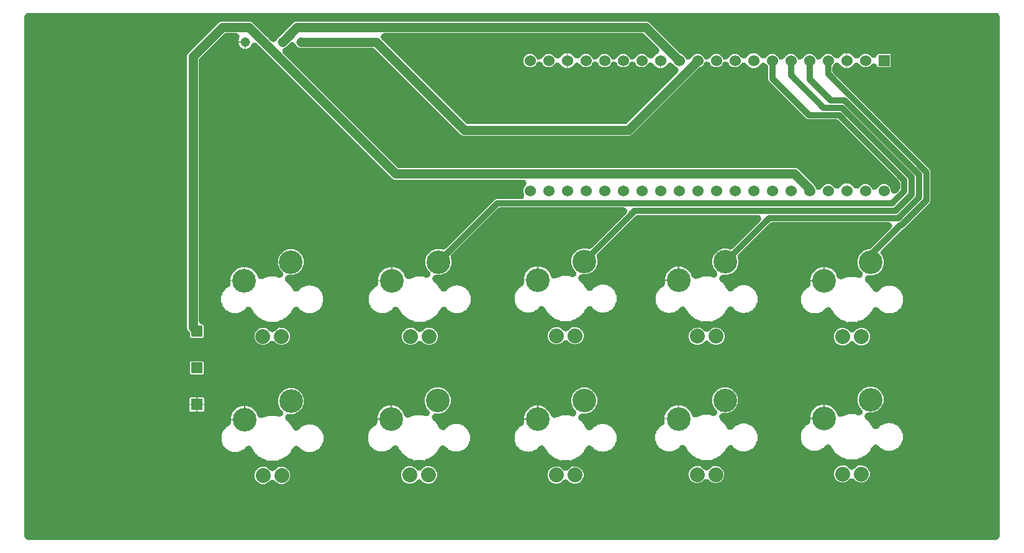
<source format=gbr>
G04 EAGLE Gerber RS-274X export*
G75*
%MOMM*%
%FSLAX34Y34*%
%LPD*%
%INTop Copper*%
%IPPOS*%
%AMOC8*
5,1,8,0,0,1.08239X$1,22.5*%
G01*
G04 Define Apertures*
%ADD10C,2.032000*%
%ADD11C,3.225800*%
%ADD12R,1.508000X1.508000*%
%ADD13C,1.308000*%
%ADD14C,1.524000*%
%ADD15R,1.524000X1.524000*%
%ADD16C,1.270000*%
%ADD17C,0.812800*%
%ADD18C,0.508000*%
G36*
X1336741Y10562D02*
X1338409Y11706D01*
X1339498Y13409D01*
X1339840Y15240D01*
X1339840Y724760D01*
X1339438Y726741D01*
X1338294Y728409D01*
X1336591Y729498D01*
X1334760Y729840D01*
X15240Y729840D01*
X13259Y729438D01*
X11591Y728294D01*
X10502Y726591D01*
X10160Y724760D01*
X10160Y15240D01*
X10562Y13259D01*
X11706Y11591D01*
X13409Y10502D01*
X15240Y10160D01*
X1334760Y10160D01*
X1336741Y10562D01*
G37*
%LPC*%
G36*
X237457Y285936D02*
X236897Y286168D01*
X236468Y286597D01*
X236236Y287157D01*
X236236Y290524D01*
X235834Y292506D01*
X234748Y294116D01*
X233325Y295540D01*
X232126Y298434D01*
X232126Y671566D01*
X233325Y674460D01*
X275540Y716675D01*
X278434Y717874D01*
X317966Y717874D01*
X320860Y716675D01*
X339795Y697741D01*
X340604Y697200D01*
X343600Y694204D01*
X344141Y693395D01*
X346074Y691461D01*
X347760Y690345D01*
X349747Y689974D01*
X351722Y690408D01*
X353371Y691578D01*
X354360Y693109D01*
X354964Y694568D01*
X357596Y697200D01*
X358405Y697741D01*
X377340Y716675D01*
X380234Y717874D01*
X859082Y717874D01*
X861976Y716675D01*
X904219Y674432D01*
X905867Y673331D01*
X908000Y672448D01*
X910572Y669876D01*
X910827Y669261D01*
X911957Y667584D01*
X913651Y666481D01*
X915641Y666126D01*
X917613Y666576D01*
X919252Y667758D01*
X920213Y669261D01*
X920468Y669876D01*
X923040Y672448D01*
X926401Y673840D01*
X930039Y673840D01*
X933400Y672448D01*
X935972Y669876D01*
X936227Y669261D01*
X937357Y667584D01*
X939051Y666481D01*
X941041Y666126D01*
X943013Y666576D01*
X944652Y667758D01*
X945613Y669261D01*
X945868Y669876D01*
X948440Y672448D01*
X951801Y673840D01*
X955439Y673840D01*
X958800Y672448D01*
X961372Y669876D01*
X961627Y669261D01*
X962757Y667584D01*
X964451Y666481D01*
X966441Y666126D01*
X968413Y666576D01*
X970052Y667758D01*
X971013Y669261D01*
X971268Y669876D01*
X973840Y672448D01*
X977201Y673840D01*
X980839Y673840D01*
X984200Y672448D01*
X987339Y669308D01*
X987607Y668911D01*
X989301Y667808D01*
X991292Y667454D01*
X993263Y667903D01*
X994903Y669086D01*
X995721Y670366D01*
X998665Y673309D01*
X1002399Y674856D01*
X1003658Y674856D01*
X1003658Y654536D01*
X1002399Y654536D01*
X998665Y656083D01*
X995698Y659050D01*
X994734Y660481D01*
X993039Y661584D01*
X991049Y661939D01*
X989078Y661489D01*
X987438Y660306D01*
X987218Y659962D01*
X984200Y656944D01*
X980839Y655552D01*
X977201Y655552D01*
X973840Y656944D01*
X971268Y659516D01*
X971013Y660131D01*
X969883Y661808D01*
X968189Y662911D01*
X966199Y663266D01*
X964227Y662816D01*
X962588Y661634D01*
X961627Y660131D01*
X961372Y659516D01*
X958800Y656944D01*
X955439Y655552D01*
X951801Y655552D01*
X948440Y656944D01*
X945868Y659516D01*
X945613Y660131D01*
X944483Y661808D01*
X942789Y662911D01*
X940799Y663266D01*
X938827Y662816D01*
X937188Y661634D01*
X936227Y660131D01*
X935972Y659516D01*
X933400Y656944D01*
X931267Y656061D01*
X929619Y654960D01*
X837984Y563325D01*
X835090Y562126D01*
X608434Y562126D01*
X605540Y563325D01*
X488226Y680638D01*
X486541Y681755D01*
X484634Y682126D01*
X390273Y682126D01*
X389318Y681936D01*
X385596Y681936D01*
X382632Y683164D01*
X380364Y685432D01*
X379760Y686891D01*
X378630Y688567D01*
X376935Y689670D01*
X374945Y690025D01*
X372974Y689575D01*
X371474Y688539D01*
X369541Y686605D01*
X369000Y685796D01*
X366368Y683164D01*
X364909Y682560D01*
X363233Y681430D01*
X362130Y679735D01*
X361775Y677745D01*
X362225Y675774D01*
X363261Y674274D01*
X518174Y519362D01*
X519859Y518245D01*
X521766Y517874D01*
X1061566Y517874D01*
X1064460Y516675D01*
X1087295Y493840D01*
X1087395Y493599D01*
X1088305Y492238D01*
X1088627Y491461D01*
X1089757Y489784D01*
X1091451Y488681D01*
X1093441Y488326D01*
X1095413Y488776D01*
X1097052Y489958D01*
X1098013Y491461D01*
X1098268Y492076D01*
X1100840Y494648D01*
X1104201Y496040D01*
X1107839Y496040D01*
X1111200Y494648D01*
X1114339Y491508D01*
X1114607Y491111D01*
X1116301Y490008D01*
X1118292Y489654D01*
X1120263Y490103D01*
X1121903Y491286D01*
X1122721Y492566D01*
X1125665Y495509D01*
X1129399Y497056D01*
X1130658Y497056D01*
X1130658Y486134D01*
X1132182Y486134D01*
X1132182Y497056D01*
X1133441Y497056D01*
X1137175Y495509D01*
X1140142Y492542D01*
X1141106Y491112D01*
X1142801Y490008D01*
X1144791Y489654D01*
X1146762Y490103D01*
X1148402Y491286D01*
X1148622Y491630D01*
X1151640Y494648D01*
X1155001Y496040D01*
X1158639Y496040D01*
X1162000Y494648D01*
X1164572Y492076D01*
X1164827Y491461D01*
X1165957Y489784D01*
X1167651Y488681D01*
X1169641Y488326D01*
X1171613Y488776D01*
X1173252Y489958D01*
X1174213Y491461D01*
X1174468Y492076D01*
X1177040Y494648D01*
X1180401Y496040D01*
X1184039Y496040D01*
X1187400Y494648D01*
X1189972Y492076D01*
X1191364Y488715D01*
X1191364Y487997D01*
X1191766Y486015D01*
X1192910Y484348D01*
X1194613Y483258D01*
X1196606Y482919D01*
X1198573Y483384D01*
X1200036Y484405D01*
X1202924Y487293D01*
X1204041Y488978D01*
X1204412Y490885D01*
X1204412Y496960D01*
X1204010Y498942D01*
X1202924Y500552D01*
X1120552Y582924D01*
X1118867Y584041D01*
X1116960Y584412D01*
X1078888Y584412D01*
X1076835Y585263D01*
X1025083Y637015D01*
X1024232Y639068D01*
X1024232Y655248D01*
X1023830Y657230D01*
X1022744Y658840D01*
X1021501Y660084D01*
X1021233Y660481D01*
X1019539Y661584D01*
X1017548Y661938D01*
X1015577Y661489D01*
X1013937Y660306D01*
X1013119Y659026D01*
X1010175Y656083D01*
X1006441Y654536D01*
X1005182Y654536D01*
X1005182Y674856D01*
X1006441Y674856D01*
X1010175Y673309D01*
X1013142Y670342D01*
X1014106Y668912D01*
X1015801Y667808D01*
X1017791Y667454D01*
X1019762Y667903D01*
X1021402Y669086D01*
X1021622Y669430D01*
X1024640Y672448D01*
X1028001Y673840D01*
X1031639Y673840D01*
X1035000Y672448D01*
X1037572Y669876D01*
X1037827Y669261D01*
X1038957Y667584D01*
X1040651Y666481D01*
X1042641Y666126D01*
X1044613Y666576D01*
X1046252Y667758D01*
X1047213Y669261D01*
X1047468Y669876D01*
X1050040Y672448D01*
X1053401Y673840D01*
X1057039Y673840D01*
X1060400Y672448D01*
X1062972Y669876D01*
X1063227Y669261D01*
X1064357Y667584D01*
X1066051Y666481D01*
X1068041Y666126D01*
X1070013Y666576D01*
X1071652Y667758D01*
X1072613Y669261D01*
X1072868Y669876D01*
X1075440Y672448D01*
X1078801Y673840D01*
X1082439Y673840D01*
X1085800Y672448D01*
X1088372Y669876D01*
X1088627Y669261D01*
X1089757Y667584D01*
X1091451Y666481D01*
X1093441Y666126D01*
X1095413Y666576D01*
X1097052Y667758D01*
X1098013Y669261D01*
X1098268Y669876D01*
X1100840Y672448D01*
X1104201Y673840D01*
X1107839Y673840D01*
X1111200Y672448D01*
X1114339Y669308D01*
X1114607Y668911D01*
X1116301Y667808D01*
X1118292Y667454D01*
X1120263Y667903D01*
X1121903Y669086D01*
X1122721Y670366D01*
X1125665Y673309D01*
X1129399Y674856D01*
X1130658Y674856D01*
X1130658Y654536D01*
X1129399Y654536D01*
X1125665Y656083D01*
X1122698Y659050D01*
X1121734Y660481D01*
X1120039Y661584D01*
X1118049Y661939D01*
X1116078Y661489D01*
X1114438Y660306D01*
X1114218Y659962D01*
X1113096Y658840D01*
X1111979Y657155D01*
X1111608Y655248D01*
X1111608Y650728D01*
X1112010Y648746D01*
X1113096Y647136D01*
X1244737Y515494D01*
X1245588Y513441D01*
X1245588Y472967D01*
X1244737Y470914D01*
X1209115Y435291D01*
X1207595Y434661D01*
X1205947Y433560D01*
X1178892Y406505D01*
X1177776Y404820D01*
X1177405Y402832D01*
X1177839Y400857D01*
X1178892Y399321D01*
X1178989Y399224D01*
X1181677Y392735D01*
X1181677Y385713D01*
X1178989Y379224D01*
X1174024Y374258D01*
X1167535Y371571D01*
X1161026Y371571D01*
X1159045Y371169D01*
X1157377Y370025D01*
X1156288Y368322D01*
X1155949Y366329D01*
X1156414Y364361D01*
X1157434Y362899D01*
X1158281Y362052D01*
X1158887Y361535D01*
X1160536Y360336D01*
X1161735Y358687D01*
X1162252Y358081D01*
X1163116Y357217D01*
X1164195Y355347D01*
X1164485Y354901D01*
X1166235Y352492D01*
X1166327Y352210D01*
X1167322Y350450D01*
X1168924Y349218D01*
X1170881Y348708D01*
X1172881Y349001D01*
X1174750Y350188D01*
X1175471Y350909D01*
X1175770Y351236D01*
X1177222Y352966D01*
X1177366Y353049D01*
X1178418Y353856D01*
X1178834Y354272D01*
X1180830Y355099D01*
X1181426Y355393D01*
X1182931Y356262D01*
X1183614Y356382D01*
X1184675Y356692D01*
X1185705Y357118D01*
X1187344Y357118D01*
X1188226Y357196D01*
X1189424Y357407D01*
X1190622Y357196D01*
X1191504Y357118D01*
X1193143Y357118D01*
X1194173Y356692D01*
X1195234Y356382D01*
X1195916Y356262D01*
X1197422Y355393D01*
X1198018Y355099D01*
X1200014Y354272D01*
X1200430Y353856D01*
X1201482Y353049D01*
X1201626Y352966D01*
X1203078Y351236D01*
X1203377Y350909D01*
X1205272Y349014D01*
X1205295Y348959D01*
X1205767Y348181D01*
X1206814Y345305D01*
X1206894Y345099D01*
X1208118Y342142D01*
X1208118Y334705D01*
X1206894Y331749D01*
X1206814Y331543D01*
X1205767Y328667D01*
X1205295Y327889D01*
X1205272Y327834D01*
X1203377Y325939D01*
X1203078Y325612D01*
X1201626Y323882D01*
X1201482Y323799D01*
X1200430Y322992D01*
X1200014Y322576D01*
X1198018Y321749D01*
X1197422Y321455D01*
X1195916Y320586D01*
X1195234Y320466D01*
X1194173Y320156D01*
X1193143Y319730D01*
X1191504Y319730D01*
X1190622Y319652D01*
X1189424Y319441D01*
X1188226Y319652D01*
X1187344Y319730D01*
X1185705Y319730D01*
X1184675Y320156D01*
X1183614Y320466D01*
X1182931Y320586D01*
X1181426Y321455D01*
X1180830Y321749D01*
X1178834Y322576D01*
X1178418Y322992D01*
X1177366Y323799D01*
X1177222Y323882D01*
X1175770Y325612D01*
X1175471Y325939D01*
X1174750Y326660D01*
X1173065Y327776D01*
X1171077Y328147D01*
X1169102Y327713D01*
X1167453Y326544D01*
X1166327Y324638D01*
X1166235Y324356D01*
X1164485Y321947D01*
X1164195Y321501D01*
X1163116Y319631D01*
X1162252Y318767D01*
X1161735Y318161D01*
X1160536Y316512D01*
X1158887Y315313D01*
X1158281Y314796D01*
X1157417Y313932D01*
X1155547Y312853D01*
X1155101Y312563D01*
X1152692Y310813D01*
X1151649Y310474D01*
X1150679Y310042D01*
X1150438Y309903D01*
X1148169Y309295D01*
X1146359Y308393D01*
X1145624Y307535D01*
X1144004Y307817D01*
X1133244Y307817D01*
X1131659Y307495D01*
X1131180Y308148D01*
X1129079Y309295D01*
X1126810Y309903D01*
X1126569Y310042D01*
X1125599Y310474D01*
X1124556Y310813D01*
X1122147Y312563D01*
X1121701Y312853D01*
X1119831Y313932D01*
X1118967Y314796D01*
X1118361Y315313D01*
X1116712Y316512D01*
X1115513Y318161D01*
X1114996Y318767D01*
X1114132Y319631D01*
X1113053Y321501D01*
X1112763Y321947D01*
X1111013Y324356D01*
X1110921Y324638D01*
X1109926Y326398D01*
X1108324Y327630D01*
X1106367Y328140D01*
X1104367Y327847D01*
X1102498Y326660D01*
X1101777Y325939D01*
X1101478Y325612D01*
X1100026Y323882D01*
X1099882Y323799D01*
X1098830Y322992D01*
X1098414Y322576D01*
X1096418Y321749D01*
X1095822Y321455D01*
X1094316Y320586D01*
X1093634Y320466D01*
X1092573Y320156D01*
X1091543Y319730D01*
X1089904Y319730D01*
X1089022Y319652D01*
X1087824Y319441D01*
X1086626Y319652D01*
X1085744Y319730D01*
X1084105Y319730D01*
X1083075Y320156D01*
X1082014Y320466D01*
X1081331Y320586D01*
X1079826Y321455D01*
X1079230Y321749D01*
X1077234Y322576D01*
X1076818Y322992D01*
X1075766Y323799D01*
X1075622Y323882D01*
X1074170Y325612D01*
X1073871Y325939D01*
X1071976Y327834D01*
X1071953Y327889D01*
X1071481Y328667D01*
X1070434Y331543D01*
X1070354Y331749D01*
X1069130Y334705D01*
X1069130Y342142D01*
X1070354Y345099D01*
X1070434Y345305D01*
X1071481Y348181D01*
X1071953Y348959D01*
X1071976Y349014D01*
X1073871Y350909D01*
X1074170Y351236D01*
X1075622Y352966D01*
X1075766Y353049D01*
X1076818Y353856D01*
X1077234Y354272D01*
X1078719Y354887D01*
X1080396Y356017D01*
X1081499Y357712D01*
X1081855Y359581D01*
X1081855Y363062D01*
X1101286Y363062D01*
X1101286Y382493D01*
X1104237Y382493D01*
X1111099Y379651D01*
X1116351Y374399D01*
X1118581Y369016D01*
X1119711Y367339D01*
X1121405Y366236D01*
X1123395Y365881D01*
X1124844Y366129D01*
X1125599Y366374D01*
X1126569Y366806D01*
X1126810Y366945D01*
X1129800Y367746D01*
X1130055Y367822D01*
X1133776Y369031D01*
X1143472Y369031D01*
X1146723Y367975D01*
X1148732Y367745D01*
X1150671Y368317D01*
X1152233Y369600D01*
X1153172Y371391D01*
X1153337Y373406D01*
X1152704Y375326D01*
X1151885Y376398D01*
X1149058Y379224D01*
X1146371Y385713D01*
X1146371Y392735D01*
X1149058Y399224D01*
X1154024Y404189D01*
X1160513Y406877D01*
X1161354Y406877D01*
X1163336Y407279D01*
X1164946Y408365D01*
X1192002Y435420D01*
X1193118Y437105D01*
X1193489Y439093D01*
X1193055Y441068D01*
X1191885Y442717D01*
X1190165Y443779D01*
X1188409Y444092D01*
X1029999Y444092D01*
X1028017Y443690D01*
X1026407Y442604D01*
X983926Y400123D01*
X982809Y398438D01*
X982439Y396450D01*
X982825Y394587D01*
X983353Y393311D01*
X983353Y386289D01*
X980665Y379800D01*
X975700Y374835D01*
X969211Y372147D01*
X962702Y372147D01*
X960721Y371745D01*
X959053Y370601D01*
X957964Y368898D01*
X957625Y366905D01*
X958090Y364938D01*
X959110Y363475D01*
X959957Y362628D01*
X960563Y362111D01*
X962212Y360912D01*
X963411Y359263D01*
X963928Y358657D01*
X964792Y357793D01*
X965871Y355923D01*
X966161Y355477D01*
X967911Y353068D01*
X968003Y352786D01*
X968998Y351026D01*
X970600Y349794D01*
X972557Y349284D01*
X974557Y349577D01*
X976426Y350764D01*
X977147Y351485D01*
X977446Y351812D01*
X978898Y353542D01*
X979042Y353625D01*
X980094Y354432D01*
X980510Y354848D01*
X982506Y355675D01*
X983102Y355969D01*
X984607Y356838D01*
X985290Y356958D01*
X986351Y357268D01*
X987381Y357694D01*
X989020Y357694D01*
X989902Y357772D01*
X991100Y357983D01*
X992298Y357772D01*
X993180Y357694D01*
X994819Y357694D01*
X995849Y357268D01*
X996910Y356958D01*
X997593Y356838D01*
X999098Y355969D01*
X999694Y355675D01*
X1001690Y354848D01*
X1002106Y354432D01*
X1003158Y353625D01*
X1003302Y353542D01*
X1004754Y351812D01*
X1005053Y351485D01*
X1006948Y349590D01*
X1006971Y349535D01*
X1007443Y348757D01*
X1008490Y345881D01*
X1008570Y345675D01*
X1009794Y342719D01*
X1009794Y335281D01*
X1008570Y332325D01*
X1008490Y332119D01*
X1007443Y329243D01*
X1006971Y328465D01*
X1006948Y328410D01*
X1005053Y326515D01*
X1004754Y326188D01*
X1003302Y324458D01*
X1003158Y324375D01*
X1002106Y323568D01*
X1001690Y323152D01*
X999694Y322325D01*
X999098Y322031D01*
X997593Y321162D01*
X996910Y321042D01*
X995849Y320732D01*
X994819Y320306D01*
X993180Y320306D01*
X992298Y320228D01*
X991100Y320017D01*
X989902Y320228D01*
X989020Y320306D01*
X987381Y320306D01*
X986351Y320732D01*
X985290Y321042D01*
X984607Y321162D01*
X983102Y322031D01*
X982506Y322325D01*
X980510Y323152D01*
X980094Y323568D01*
X979042Y324375D01*
X978898Y324458D01*
X977446Y326188D01*
X977147Y326515D01*
X976426Y327236D01*
X974741Y328353D01*
X972753Y328723D01*
X970778Y328289D01*
X969129Y327120D01*
X968003Y325214D01*
X967911Y324932D01*
X966161Y322523D01*
X965871Y322077D01*
X964792Y320207D01*
X963928Y319343D01*
X963411Y318737D01*
X962212Y317088D01*
X960563Y315889D01*
X959957Y315372D01*
X959093Y314508D01*
X957223Y313429D01*
X956777Y313139D01*
X954368Y311389D01*
X953325Y311050D01*
X952355Y310618D01*
X952114Y310479D01*
X949845Y309871D01*
X948035Y308969D01*
X947300Y308111D01*
X945680Y308393D01*
X934920Y308393D01*
X933335Y308071D01*
X932856Y308724D01*
X930755Y309871D01*
X928486Y310479D01*
X928245Y310618D01*
X927275Y311050D01*
X926232Y311389D01*
X923823Y313139D01*
X923377Y313429D01*
X921507Y314508D01*
X920643Y315372D01*
X920037Y315889D01*
X918388Y317088D01*
X917189Y318737D01*
X916672Y319343D01*
X915808Y320207D01*
X914729Y322077D01*
X914439Y322523D01*
X912689Y324932D01*
X912597Y325214D01*
X911602Y326974D01*
X910000Y328206D01*
X908043Y328716D01*
X906043Y328423D01*
X904174Y327236D01*
X903453Y326515D01*
X903154Y326188D01*
X901702Y324458D01*
X901558Y324375D01*
X900506Y323568D01*
X900090Y323152D01*
X898094Y322325D01*
X897498Y322031D01*
X895993Y321162D01*
X895310Y321042D01*
X894249Y320732D01*
X893219Y320306D01*
X891580Y320306D01*
X890698Y320228D01*
X889500Y320017D01*
X888302Y320228D01*
X887420Y320306D01*
X885781Y320306D01*
X884751Y320732D01*
X883690Y321042D01*
X883007Y321162D01*
X881502Y322031D01*
X880906Y322325D01*
X878910Y323152D01*
X878494Y323568D01*
X877442Y324375D01*
X877298Y324458D01*
X875846Y326188D01*
X875547Y326515D01*
X873652Y328410D01*
X873629Y328465D01*
X873157Y329243D01*
X872110Y332119D01*
X872030Y332325D01*
X870806Y335281D01*
X870806Y342719D01*
X872030Y345675D01*
X872110Y345881D01*
X873157Y348757D01*
X873629Y349535D01*
X873652Y349590D01*
X875547Y351485D01*
X875846Y351812D01*
X877298Y353542D01*
X877442Y353625D01*
X878494Y354432D01*
X878910Y354848D01*
X880395Y355463D01*
X882072Y356593D01*
X883175Y358288D01*
X883531Y360157D01*
X883531Y363638D01*
X902962Y363638D01*
X902962Y383069D01*
X905914Y383069D01*
X912775Y380227D01*
X918027Y374975D01*
X920257Y369592D01*
X921387Y367915D01*
X923081Y366812D01*
X925071Y366457D01*
X926520Y366705D01*
X927275Y366950D01*
X928245Y367382D01*
X928486Y367521D01*
X931476Y368322D01*
X931731Y368398D01*
X935452Y369607D01*
X945148Y369607D01*
X948399Y368551D01*
X950408Y368321D01*
X952347Y368893D01*
X953909Y370176D01*
X954848Y371967D01*
X955013Y373982D01*
X954380Y375902D01*
X953561Y376974D01*
X950735Y379800D01*
X948047Y386289D01*
X948047Y393311D01*
X950735Y399800D01*
X955700Y404765D01*
X962189Y407453D01*
X969211Y407453D01*
X970487Y406925D01*
X972472Y406538D01*
X974450Y406956D01*
X976023Y408026D01*
X1013069Y445072D01*
X1014186Y446757D01*
X1014557Y448745D01*
X1014123Y450720D01*
X1012953Y452369D01*
X1011233Y453431D01*
X1009477Y453744D01*
X846776Y453744D01*
X844794Y453342D01*
X843184Y452256D01*
X791712Y400785D01*
X790596Y399099D01*
X790225Y397112D01*
X790611Y395248D01*
X791139Y393973D01*
X791139Y386950D01*
X788452Y380462D01*
X783486Y375496D01*
X776998Y372808D01*
X770488Y372808D01*
X768507Y372406D01*
X766840Y371263D01*
X765750Y369560D01*
X765411Y367567D01*
X765876Y365599D01*
X766896Y364136D01*
X767743Y363290D01*
X768349Y362772D01*
X769999Y361574D01*
X771197Y359924D01*
X771715Y359318D01*
X772578Y358455D01*
X773658Y356585D01*
X773947Y356139D01*
X775697Y353730D01*
X775789Y353448D01*
X776784Y351688D01*
X778387Y350455D01*
X780343Y349945D01*
X782343Y350239D01*
X784213Y351425D01*
X784933Y352146D01*
X785233Y352473D01*
X786684Y354203D01*
X786829Y354286D01*
X787881Y355094D01*
X788297Y355510D01*
X790293Y356337D01*
X790889Y356630D01*
X792394Y357499D01*
X793076Y357620D01*
X794138Y357929D01*
X795168Y358356D01*
X796806Y358356D01*
X797689Y358433D01*
X798886Y358644D01*
X800084Y358433D01*
X800966Y358356D01*
X802605Y358356D01*
X803635Y357929D01*
X804697Y357620D01*
X805379Y357499D01*
X806884Y356630D01*
X807480Y356337D01*
X809476Y355510D01*
X809892Y355094D01*
X810944Y354286D01*
X811088Y354203D01*
X812540Y352473D01*
X812839Y352146D01*
X814735Y350251D01*
X814757Y350196D01*
X815229Y349419D01*
X816276Y346543D01*
X816356Y346336D01*
X817581Y343380D01*
X817581Y335943D01*
X816356Y332987D01*
X816276Y332780D01*
X815229Y329904D01*
X814757Y329127D01*
X814735Y329072D01*
X812839Y327177D01*
X812540Y326850D01*
X811088Y325120D01*
X810944Y325037D01*
X809892Y324229D01*
X809476Y323813D01*
X807480Y322986D01*
X806884Y322692D01*
X805379Y321823D01*
X804697Y321703D01*
X803635Y321394D01*
X802605Y320967D01*
X800966Y320967D01*
X800084Y320890D01*
X798886Y320679D01*
X797689Y320890D01*
X796806Y320967D01*
X795168Y320967D01*
X794138Y321394D01*
X793076Y321703D01*
X792394Y321823D01*
X790889Y322692D01*
X790293Y322986D01*
X788297Y323813D01*
X787881Y324229D01*
X786829Y325037D01*
X786684Y325120D01*
X785233Y326850D01*
X784933Y327177D01*
X784213Y327897D01*
X782527Y329014D01*
X780539Y329385D01*
X778565Y328951D01*
X776916Y327781D01*
X775789Y325875D01*
X775697Y325593D01*
X773947Y323184D01*
X773658Y322738D01*
X772578Y320868D01*
X771715Y320005D01*
X771197Y319399D01*
X769999Y317749D01*
X768349Y316551D01*
X767743Y316033D01*
X766880Y315170D01*
X765010Y314090D01*
X764564Y313800D01*
X762155Y312050D01*
X761112Y311712D01*
X760142Y311280D01*
X759900Y311140D01*
X757632Y310532D01*
X755822Y309631D01*
X755087Y308772D01*
X753466Y309054D01*
X742707Y309054D01*
X741121Y308733D01*
X740643Y309385D01*
X738541Y310532D01*
X736273Y311140D01*
X736031Y311280D01*
X735061Y311712D01*
X734018Y312050D01*
X731609Y313800D01*
X731163Y314090D01*
X729293Y315170D01*
X728430Y316033D01*
X727824Y316551D01*
X726174Y317749D01*
X724976Y319399D01*
X724458Y320005D01*
X723595Y320868D01*
X722515Y322738D01*
X722225Y323184D01*
X720475Y325593D01*
X720384Y325875D01*
X719389Y327635D01*
X717786Y328868D01*
X715830Y329378D01*
X713829Y329084D01*
X711960Y327897D01*
X711239Y327177D01*
X710940Y326850D01*
X709488Y325120D01*
X709344Y325037D01*
X708292Y324229D01*
X707876Y323813D01*
X705880Y322986D01*
X705284Y322692D01*
X703779Y321823D01*
X703097Y321703D01*
X702035Y321394D01*
X701005Y320967D01*
X699366Y320967D01*
X698484Y320890D01*
X697286Y320679D01*
X696089Y320890D01*
X695206Y320967D01*
X693568Y320967D01*
X692538Y321394D01*
X691476Y321703D01*
X690794Y321823D01*
X689289Y322692D01*
X688693Y322986D01*
X686697Y323813D01*
X686281Y324229D01*
X685229Y325037D01*
X685084Y325120D01*
X683633Y326850D01*
X683333Y327177D01*
X681438Y329072D01*
X681415Y329127D01*
X680944Y329904D01*
X679897Y332780D01*
X679816Y332987D01*
X678592Y335943D01*
X678592Y343380D01*
X679816Y346336D01*
X679897Y346543D01*
X680944Y349419D01*
X681415Y350196D01*
X681438Y350251D01*
X683333Y352146D01*
X683633Y352473D01*
X685084Y354203D01*
X685229Y354286D01*
X686281Y355094D01*
X686697Y355510D01*
X688181Y356125D01*
X689858Y357255D01*
X690961Y358949D01*
X691317Y360818D01*
X691317Y364299D01*
X710748Y364299D01*
X710748Y383730D01*
X713700Y383730D01*
X720562Y380888D01*
X725813Y375637D01*
X728043Y370253D01*
X729173Y368577D01*
X730867Y367474D01*
X732858Y367119D01*
X734306Y367366D01*
X735061Y367611D01*
X736031Y368043D01*
X736273Y368183D01*
X739262Y368984D01*
X739517Y369059D01*
X743239Y370268D01*
X752934Y370268D01*
X756185Y369212D01*
X758194Y368982D01*
X760133Y369554D01*
X761696Y370838D01*
X762634Y372628D01*
X762800Y374643D01*
X762166Y376563D01*
X761347Y377636D01*
X758521Y380462D01*
X755833Y386950D01*
X755833Y393973D01*
X758521Y400461D01*
X763487Y405427D01*
X769975Y408114D01*
X776998Y408114D01*
X778273Y407586D01*
X780258Y407200D01*
X782236Y407618D01*
X783810Y408687D01*
X830862Y455740D01*
X831979Y457425D01*
X832349Y459413D01*
X831916Y461388D01*
X830746Y463037D01*
X829026Y464099D01*
X827270Y464412D01*
X659419Y464412D01*
X657437Y464010D01*
X655827Y462924D01*
X592826Y399923D01*
X591709Y398238D01*
X591339Y396250D01*
X591725Y394387D01*
X592253Y393111D01*
X592253Y386089D01*
X589565Y379600D01*
X584600Y374635D01*
X578111Y371947D01*
X571602Y371947D01*
X569621Y371545D01*
X567953Y370401D01*
X566864Y368698D01*
X566525Y366705D01*
X566990Y364738D01*
X568010Y363275D01*
X568857Y362428D01*
X569463Y361911D01*
X571112Y360712D01*
X572311Y359063D01*
X572828Y358457D01*
X573692Y357593D01*
X574771Y355723D01*
X575061Y355277D01*
X576811Y352868D01*
X576903Y352586D01*
X577898Y350826D01*
X579500Y349594D01*
X581457Y349084D01*
X583457Y349377D01*
X585326Y350564D01*
X586047Y351285D01*
X586346Y351612D01*
X587798Y353342D01*
X587942Y353425D01*
X588994Y354232D01*
X589410Y354648D01*
X591406Y355475D01*
X592002Y355769D01*
X593507Y356638D01*
X594190Y356758D01*
X595251Y357068D01*
X596281Y357494D01*
X597920Y357494D01*
X598802Y357572D01*
X600000Y357783D01*
X601198Y357572D01*
X602080Y357494D01*
X603719Y357494D01*
X604749Y357068D01*
X605810Y356758D01*
X606493Y356638D01*
X607998Y355769D01*
X608594Y355475D01*
X610590Y354648D01*
X611006Y354232D01*
X612058Y353425D01*
X612202Y353342D01*
X613654Y351612D01*
X613953Y351285D01*
X615848Y349390D01*
X615871Y349335D01*
X616343Y348557D01*
X617390Y345681D01*
X617470Y345475D01*
X618694Y342519D01*
X618694Y335081D01*
X617470Y332125D01*
X617390Y331919D01*
X616343Y329043D01*
X615871Y328265D01*
X615848Y328210D01*
X613953Y326315D01*
X613654Y325988D01*
X612202Y324258D01*
X612058Y324175D01*
X611006Y323368D01*
X610590Y322952D01*
X608594Y322125D01*
X607998Y321831D01*
X606493Y320962D01*
X605810Y320842D01*
X604749Y320532D01*
X603719Y320106D01*
X602080Y320106D01*
X601198Y320028D01*
X600000Y319817D01*
X598802Y320028D01*
X597920Y320106D01*
X596281Y320106D01*
X595251Y320532D01*
X594190Y320842D01*
X593507Y320962D01*
X592002Y321831D01*
X591406Y322125D01*
X589410Y322952D01*
X588994Y323368D01*
X587942Y324175D01*
X587798Y324258D01*
X586346Y325988D01*
X586047Y326315D01*
X585326Y327036D01*
X583641Y328153D01*
X581653Y328523D01*
X579678Y328089D01*
X578029Y326920D01*
X576903Y325014D01*
X576811Y324732D01*
X575061Y322323D01*
X574771Y321877D01*
X573692Y320007D01*
X572828Y319143D01*
X572311Y318537D01*
X571112Y316888D01*
X569463Y315689D01*
X568857Y315172D01*
X567993Y314308D01*
X566123Y313229D01*
X565677Y312939D01*
X563268Y311189D01*
X562225Y310850D01*
X561255Y310418D01*
X561014Y310279D01*
X558745Y309671D01*
X556935Y308769D01*
X556200Y307911D01*
X554580Y308193D01*
X543820Y308193D01*
X542235Y307871D01*
X541756Y308524D01*
X539655Y309671D01*
X537386Y310279D01*
X537145Y310418D01*
X536175Y310850D01*
X535132Y311189D01*
X532723Y312939D01*
X532277Y313229D01*
X530407Y314308D01*
X529543Y315172D01*
X528937Y315689D01*
X527288Y316888D01*
X526089Y318537D01*
X525572Y319143D01*
X524708Y320007D01*
X523629Y321877D01*
X523339Y322323D01*
X521589Y324732D01*
X521497Y325014D01*
X520502Y326774D01*
X518900Y328006D01*
X516943Y328516D01*
X514943Y328223D01*
X513074Y327036D01*
X512353Y326315D01*
X512054Y325988D01*
X510602Y324258D01*
X510458Y324175D01*
X509406Y323368D01*
X508990Y322952D01*
X506994Y322125D01*
X506398Y321831D01*
X504893Y320962D01*
X504210Y320842D01*
X503149Y320532D01*
X502119Y320106D01*
X500480Y320106D01*
X499598Y320028D01*
X498400Y319817D01*
X497202Y320028D01*
X496320Y320106D01*
X494681Y320106D01*
X493651Y320532D01*
X492590Y320842D01*
X491907Y320962D01*
X490402Y321831D01*
X489806Y322125D01*
X487810Y322952D01*
X487394Y323368D01*
X486342Y324175D01*
X486198Y324258D01*
X484746Y325988D01*
X484447Y326315D01*
X482552Y328210D01*
X482529Y328265D01*
X482057Y329043D01*
X481010Y331919D01*
X480930Y332125D01*
X479706Y335081D01*
X479706Y342519D01*
X480930Y345475D01*
X481010Y345681D01*
X482057Y348557D01*
X482529Y349335D01*
X482552Y349390D01*
X484447Y351285D01*
X484746Y351612D01*
X486198Y353342D01*
X486342Y353425D01*
X487394Y354232D01*
X487810Y354648D01*
X489295Y355263D01*
X490972Y356393D01*
X492075Y358088D01*
X492431Y359957D01*
X492431Y363438D01*
X511862Y363438D01*
X511862Y382869D01*
X514814Y382869D01*
X521675Y380027D01*
X526927Y374775D01*
X529157Y369392D01*
X530287Y367715D01*
X531981Y366612D01*
X533971Y366257D01*
X535420Y366505D01*
X536175Y366750D01*
X537145Y367182D01*
X537386Y367321D01*
X540376Y368122D01*
X540631Y368198D01*
X544352Y369407D01*
X554048Y369407D01*
X557299Y368351D01*
X559308Y368121D01*
X561247Y368693D01*
X562809Y369976D01*
X563748Y371767D01*
X563913Y373782D01*
X563280Y375702D01*
X562461Y376774D01*
X559635Y379600D01*
X556947Y386089D01*
X556947Y393111D01*
X559635Y399600D01*
X564600Y404565D01*
X571089Y407253D01*
X578111Y407253D01*
X579387Y406725D01*
X581372Y406338D01*
X583350Y406756D01*
X584923Y407826D01*
X651835Y474737D01*
X653888Y475588D01*
X686804Y475588D01*
X688785Y475990D01*
X690453Y477134D01*
X691542Y478837D01*
X691881Y480830D01*
X691497Y482612D01*
X690476Y485077D01*
X690476Y488715D01*
X691868Y492076D01*
X693246Y493454D01*
X694363Y495139D01*
X694734Y497127D01*
X694300Y499102D01*
X693130Y500751D01*
X691410Y501813D01*
X689654Y502126D01*
X514834Y502126D01*
X511940Y503325D01*
X333005Y682259D01*
X332196Y682800D01*
X329200Y685796D01*
X328659Y686605D01*
X327503Y687761D01*
X325818Y688878D01*
X323830Y689248D01*
X321856Y688814D01*
X320207Y687645D01*
X319218Y686113D01*
X318698Y684857D01*
X316143Y682302D01*
X312806Y680920D01*
X311762Y680920D01*
X311762Y690762D01*
X301920Y690762D01*
X301920Y691806D01*
X303285Y695102D01*
X303672Y697087D01*
X303254Y699065D01*
X302097Y700723D01*
X300385Y701799D01*
X298592Y702126D01*
X285366Y702126D01*
X283384Y701724D01*
X281774Y700638D01*
X249362Y668226D01*
X248245Y666541D01*
X247874Y664634D01*
X247874Y309144D01*
X248276Y307163D01*
X249420Y305495D01*
X251123Y304406D01*
X252954Y304064D01*
X253143Y304064D01*
X253703Y303832D01*
X254132Y303403D01*
X254364Y302843D01*
X254364Y287157D01*
X254132Y286597D01*
X253703Y286168D01*
X253143Y285936D01*
X237457Y285936D01*
G37*
G36*
X309194Y680920D02*
X305857Y682302D01*
X303302Y684857D01*
X301920Y688194D01*
X301920Y689238D01*
X310238Y689238D01*
X310238Y680920D01*
X309194Y680920D01*
G37*
G36*
X1132182Y654536D02*
X1132182Y674856D01*
X1133441Y674856D01*
X1137175Y673309D01*
X1140142Y670342D01*
X1141106Y668912D01*
X1142801Y667808D01*
X1144791Y667454D01*
X1146762Y667903D01*
X1148402Y669086D01*
X1148622Y669430D01*
X1151640Y672448D01*
X1155001Y673840D01*
X1158639Y673840D01*
X1162000Y672448D01*
X1164406Y670042D01*
X1166091Y668925D01*
X1168079Y668555D01*
X1170054Y668988D01*
X1171703Y670158D01*
X1172691Y671690D01*
X1173308Y673179D01*
X1173737Y673608D01*
X1174297Y673840D01*
X1190143Y673840D01*
X1190703Y673608D01*
X1191132Y673179D01*
X1191364Y672619D01*
X1191364Y656773D01*
X1191132Y656213D01*
X1190703Y655784D01*
X1190143Y655552D01*
X1174297Y655552D01*
X1173737Y655784D01*
X1173308Y656213D01*
X1172691Y657702D01*
X1171561Y659379D01*
X1169867Y660482D01*
X1167876Y660837D01*
X1165905Y660387D01*
X1164406Y659350D01*
X1162000Y656944D01*
X1158639Y655552D01*
X1155001Y655552D01*
X1151640Y656944D01*
X1148501Y660084D01*
X1148233Y660481D01*
X1146539Y661584D01*
X1144548Y661938D01*
X1142577Y661489D01*
X1140937Y660306D01*
X1140119Y659026D01*
X1137175Y656083D01*
X1133441Y654536D01*
X1132182Y654536D01*
G37*
G36*
X340656Y308524D02*
X338555Y309671D01*
X336286Y310279D01*
X336045Y310418D01*
X335075Y310850D01*
X334032Y311189D01*
X331623Y312939D01*
X331177Y313229D01*
X329307Y314308D01*
X328443Y315172D01*
X327837Y315689D01*
X326188Y316888D01*
X324989Y318537D01*
X324472Y319143D01*
X323608Y320007D01*
X322529Y321877D01*
X322239Y322323D01*
X320489Y324732D01*
X320397Y325014D01*
X319402Y326774D01*
X317800Y328006D01*
X315843Y328516D01*
X313843Y328223D01*
X311974Y327036D01*
X311253Y326315D01*
X310954Y325988D01*
X309502Y324258D01*
X309358Y324175D01*
X308306Y323368D01*
X307890Y322952D01*
X305894Y322125D01*
X305298Y321831D01*
X303793Y320962D01*
X303110Y320842D01*
X302049Y320532D01*
X301019Y320106D01*
X299380Y320106D01*
X298498Y320028D01*
X297300Y319817D01*
X296102Y320028D01*
X295220Y320106D01*
X293581Y320106D01*
X292551Y320532D01*
X291490Y320842D01*
X290807Y320962D01*
X289302Y321831D01*
X288706Y322125D01*
X286710Y322952D01*
X286294Y323368D01*
X285242Y324175D01*
X285098Y324258D01*
X283646Y325988D01*
X283347Y326315D01*
X281452Y328210D01*
X281429Y328265D01*
X280957Y329043D01*
X279910Y331919D01*
X279830Y332125D01*
X278606Y335081D01*
X278606Y342519D01*
X279830Y345475D01*
X279910Y345681D01*
X280957Y348557D01*
X281429Y349335D01*
X281452Y349390D01*
X283347Y351285D01*
X283646Y351612D01*
X285098Y353342D01*
X285242Y353425D01*
X286294Y354232D01*
X286710Y354648D01*
X288195Y355263D01*
X289872Y356393D01*
X290975Y358088D01*
X291331Y359957D01*
X291331Y363438D01*
X310762Y363438D01*
X310762Y382869D01*
X313714Y382869D01*
X320575Y380027D01*
X325827Y374775D01*
X328057Y369392D01*
X329187Y367715D01*
X330881Y366612D01*
X332871Y366257D01*
X334320Y366505D01*
X335075Y366750D01*
X336045Y367182D01*
X336286Y367321D01*
X339276Y368122D01*
X339531Y368198D01*
X343252Y369407D01*
X352948Y369407D01*
X356199Y368351D01*
X358208Y368121D01*
X360147Y368693D01*
X361709Y369976D01*
X362648Y371767D01*
X362813Y373782D01*
X362180Y375702D01*
X361361Y376774D01*
X358535Y379600D01*
X355847Y386089D01*
X355847Y393111D01*
X358535Y399600D01*
X363500Y404565D01*
X369989Y407253D01*
X377011Y407253D01*
X383500Y404565D01*
X388465Y399600D01*
X391153Y393111D01*
X391153Y386089D01*
X388465Y379600D01*
X383500Y374635D01*
X377011Y371947D01*
X370502Y371947D01*
X368521Y371545D01*
X366853Y370401D01*
X365764Y368698D01*
X365425Y366705D01*
X365890Y364738D01*
X366910Y363275D01*
X367757Y362428D01*
X368363Y361911D01*
X370012Y360712D01*
X371211Y359063D01*
X371728Y358457D01*
X372592Y357593D01*
X373671Y355723D01*
X373961Y355277D01*
X375711Y352868D01*
X375803Y352586D01*
X376798Y350826D01*
X378400Y349594D01*
X380357Y349084D01*
X382357Y349377D01*
X384226Y350564D01*
X384947Y351285D01*
X385246Y351612D01*
X386698Y353342D01*
X386842Y353425D01*
X387894Y354232D01*
X388310Y354648D01*
X390306Y355475D01*
X390902Y355769D01*
X392407Y356638D01*
X393090Y356758D01*
X394151Y357068D01*
X395181Y357494D01*
X396820Y357494D01*
X397702Y357572D01*
X398900Y357783D01*
X400098Y357572D01*
X400980Y357494D01*
X402619Y357494D01*
X403649Y357068D01*
X404710Y356758D01*
X405393Y356638D01*
X406898Y355769D01*
X407494Y355475D01*
X409490Y354648D01*
X409906Y354232D01*
X410958Y353425D01*
X411102Y353342D01*
X412554Y351612D01*
X412853Y351285D01*
X414748Y349390D01*
X414771Y349335D01*
X415243Y348557D01*
X416290Y345681D01*
X416370Y345475D01*
X417594Y342519D01*
X417594Y335081D01*
X416370Y332125D01*
X416290Y331919D01*
X415243Y329043D01*
X414771Y328265D01*
X414748Y328210D01*
X412853Y326315D01*
X412554Y325988D01*
X411102Y324258D01*
X410958Y324175D01*
X409906Y323368D01*
X409490Y322952D01*
X407494Y322125D01*
X406898Y321831D01*
X405393Y320962D01*
X404710Y320842D01*
X403649Y320532D01*
X402619Y320106D01*
X400980Y320106D01*
X400098Y320028D01*
X398900Y319817D01*
X397702Y320028D01*
X396820Y320106D01*
X395181Y320106D01*
X394151Y320532D01*
X393090Y320842D01*
X392407Y320962D01*
X390902Y321831D01*
X390306Y322125D01*
X388310Y322952D01*
X387894Y323368D01*
X386842Y324175D01*
X386698Y324258D01*
X385246Y325988D01*
X384947Y326315D01*
X384226Y327036D01*
X382541Y328153D01*
X380553Y328523D01*
X378578Y328089D01*
X376929Y326920D01*
X375803Y325014D01*
X375711Y324732D01*
X373961Y322323D01*
X373671Y321877D01*
X372592Y320007D01*
X371728Y319143D01*
X371211Y318537D01*
X370012Y316888D01*
X368363Y315689D01*
X367757Y315172D01*
X366893Y314308D01*
X365023Y313229D01*
X364577Y312939D01*
X362168Y311189D01*
X361125Y310850D01*
X360155Y310418D01*
X359914Y310279D01*
X357645Y309671D01*
X355835Y308769D01*
X355100Y307911D01*
X353480Y308193D01*
X342720Y308193D01*
X341135Y307871D01*
X340656Y308524D01*
G37*
G36*
X691317Y365823D02*
X691317Y368775D01*
X694160Y375637D01*
X699411Y380888D01*
X706273Y383730D01*
X709224Y383730D01*
X709224Y365823D01*
X691317Y365823D01*
G37*
G36*
X883531Y365162D02*
X883531Y368114D01*
X886373Y374975D01*
X891625Y380227D01*
X898487Y383069D01*
X901438Y383069D01*
X901438Y365162D01*
X883531Y365162D01*
G37*
G36*
X492431Y364962D02*
X492431Y367914D01*
X495273Y374775D01*
X500525Y380027D01*
X507387Y382869D01*
X510338Y382869D01*
X510338Y364962D01*
X492431Y364962D01*
G37*
G36*
X291331Y364962D02*
X291331Y367914D01*
X294173Y374775D01*
X299425Y380027D01*
X306287Y382869D01*
X309238Y382869D01*
X309238Y364962D01*
X291331Y364962D01*
G37*
G36*
X1081855Y364586D02*
X1081855Y367537D01*
X1084697Y374399D01*
X1089949Y379651D01*
X1096810Y382493D01*
X1099762Y382493D01*
X1099762Y364586D01*
X1081855Y364586D01*
G37*
G36*
X733062Y277177D02*
X728768Y278956D01*
X725481Y282243D01*
X723702Y286537D01*
X723702Y291186D01*
X725481Y295480D01*
X728768Y298767D01*
X733062Y300545D01*
X737226Y300545D01*
X738812Y300867D01*
X739291Y300215D01*
X740763Y299281D01*
X742005Y298767D01*
X744494Y296277D01*
X746180Y295161D01*
X748167Y294790D01*
X750142Y295224D01*
X751678Y296277D01*
X754168Y298767D01*
X755410Y299281D01*
X757087Y300411D01*
X757416Y300917D01*
X758946Y300545D01*
X763110Y300545D01*
X767405Y298767D01*
X770692Y295480D01*
X772470Y291186D01*
X772470Y286537D01*
X770692Y282243D01*
X767405Y278956D01*
X763110Y277177D01*
X758462Y277177D01*
X754168Y278956D01*
X751678Y281446D01*
X749993Y282562D01*
X748005Y282933D01*
X746031Y282499D01*
X744494Y281446D01*
X742005Y278956D01*
X737710Y277177D01*
X733062Y277177D01*
G37*
G36*
X925276Y276516D02*
X920982Y278295D01*
X917695Y281582D01*
X915916Y285876D01*
X915916Y290524D01*
X917695Y294818D01*
X920982Y298105D01*
X925276Y299884D01*
X929440Y299884D01*
X931025Y300206D01*
X931504Y299553D01*
X932976Y298620D01*
X934218Y298105D01*
X936708Y295616D01*
X938393Y294499D01*
X940381Y294129D01*
X942356Y294562D01*
X943892Y295616D01*
X946382Y298105D01*
X947624Y298620D01*
X949300Y299750D01*
X949629Y300255D01*
X951160Y299884D01*
X955324Y299884D01*
X959618Y298105D01*
X962905Y294818D01*
X964684Y290524D01*
X964684Y285876D01*
X962905Y281582D01*
X959618Y278295D01*
X955324Y276516D01*
X950676Y276516D01*
X946382Y278295D01*
X943892Y280784D01*
X942207Y281901D01*
X940219Y282271D01*
X938244Y281838D01*
X936708Y280784D01*
X934218Y278295D01*
X929924Y276516D01*
X925276Y276516D01*
G37*
G36*
X333076Y276316D02*
X328782Y278095D01*
X325495Y281382D01*
X323716Y285676D01*
X323716Y290324D01*
X325495Y294618D01*
X328782Y297905D01*
X333076Y299684D01*
X337240Y299684D01*
X338825Y300006D01*
X339304Y299353D01*
X340776Y298420D01*
X342018Y297905D01*
X344508Y295416D01*
X346193Y294299D01*
X348181Y293929D01*
X350156Y294362D01*
X351692Y295416D01*
X354182Y297905D01*
X355424Y298420D01*
X357100Y299550D01*
X357429Y300055D01*
X358960Y299684D01*
X363124Y299684D01*
X367418Y297905D01*
X370705Y294618D01*
X372484Y290324D01*
X372484Y285676D01*
X370705Y281382D01*
X367418Y278095D01*
X363124Y276316D01*
X358476Y276316D01*
X354182Y278095D01*
X351692Y280584D01*
X350007Y281701D01*
X348019Y282071D01*
X346044Y281638D01*
X344508Y280584D01*
X342018Y278095D01*
X337724Y276316D01*
X333076Y276316D01*
G37*
G36*
X534176Y276316D02*
X529882Y278095D01*
X526595Y281382D01*
X524816Y285676D01*
X524816Y290324D01*
X526595Y294618D01*
X529882Y297905D01*
X534176Y299684D01*
X538340Y299684D01*
X539925Y300006D01*
X540404Y299353D01*
X541876Y298420D01*
X543118Y297905D01*
X545608Y295416D01*
X547293Y294299D01*
X549281Y293929D01*
X551256Y294362D01*
X552792Y295416D01*
X555282Y297905D01*
X556524Y298420D01*
X558200Y299550D01*
X558529Y300055D01*
X560060Y299684D01*
X564224Y299684D01*
X568518Y297905D01*
X571805Y294618D01*
X573584Y290324D01*
X573584Y285676D01*
X571805Y281382D01*
X568518Y278095D01*
X564224Y276316D01*
X559576Y276316D01*
X555282Y278095D01*
X552792Y280584D01*
X551107Y281701D01*
X549119Y282071D01*
X547144Y281638D01*
X545608Y280584D01*
X543118Y278095D01*
X538824Y276316D01*
X534176Y276316D01*
G37*
G36*
X1123600Y275940D02*
X1119305Y277719D01*
X1116019Y281005D01*
X1114240Y285300D01*
X1114240Y289948D01*
X1116019Y294242D01*
X1119305Y297529D01*
X1123600Y299308D01*
X1127764Y299308D01*
X1129349Y299630D01*
X1129828Y298977D01*
X1131300Y298044D01*
X1132542Y297529D01*
X1135032Y295040D01*
X1136717Y293923D01*
X1138705Y293552D01*
X1140680Y293986D01*
X1142216Y295040D01*
X1144705Y297529D01*
X1145948Y298044D01*
X1147624Y299174D01*
X1147953Y299679D01*
X1149484Y299308D01*
X1153648Y299308D01*
X1157942Y297529D01*
X1161229Y294242D01*
X1163008Y289948D01*
X1163008Y285300D01*
X1161229Y281005D01*
X1157942Y277719D01*
X1153648Y275940D01*
X1149000Y275940D01*
X1144705Y277719D01*
X1142216Y280208D01*
X1140531Y281325D01*
X1138543Y281695D01*
X1136568Y281262D01*
X1135032Y280208D01*
X1132542Y277719D01*
X1128248Y275940D01*
X1123600Y275940D01*
G37*
G36*
X237457Y235936D02*
X236897Y236168D01*
X236468Y236597D01*
X236236Y237157D01*
X236236Y252843D01*
X236468Y253403D01*
X236897Y253832D01*
X237457Y254064D01*
X253143Y254064D01*
X253703Y253832D01*
X254132Y253403D01*
X254364Y252843D01*
X254364Y237157D01*
X254132Y236597D01*
X253703Y236168D01*
X253143Y235936D01*
X237457Y235936D01*
G37*
G36*
X1130856Y120524D02*
X1128755Y121671D01*
X1126486Y122279D01*
X1126245Y122418D01*
X1125275Y122850D01*
X1124232Y123189D01*
X1121823Y124939D01*
X1121377Y125229D01*
X1119507Y126308D01*
X1118643Y127172D01*
X1118037Y127689D01*
X1116388Y128888D01*
X1115189Y130537D01*
X1114672Y131143D01*
X1113808Y132007D01*
X1112729Y133877D01*
X1112439Y134323D01*
X1110689Y136732D01*
X1110597Y137014D01*
X1109602Y138774D01*
X1108000Y140006D01*
X1106043Y140516D01*
X1104043Y140223D01*
X1102174Y139036D01*
X1101453Y138315D01*
X1101154Y137988D01*
X1099702Y136258D01*
X1099558Y136175D01*
X1098506Y135368D01*
X1098090Y134952D01*
X1096094Y134125D01*
X1095498Y133831D01*
X1093993Y132962D01*
X1093310Y132842D01*
X1092249Y132532D01*
X1091219Y132106D01*
X1089580Y132106D01*
X1088698Y132028D01*
X1087500Y131817D01*
X1086302Y132028D01*
X1085420Y132106D01*
X1083781Y132106D01*
X1082751Y132532D01*
X1081690Y132842D01*
X1081007Y132962D01*
X1079502Y133831D01*
X1078906Y134125D01*
X1076910Y134952D01*
X1076494Y135368D01*
X1075442Y136175D01*
X1075298Y136258D01*
X1073846Y137988D01*
X1073547Y138315D01*
X1071652Y140210D01*
X1071629Y140265D01*
X1071157Y141043D01*
X1070110Y143919D01*
X1070030Y144125D01*
X1068806Y147081D01*
X1068806Y154519D01*
X1070030Y157475D01*
X1070110Y157681D01*
X1071157Y160557D01*
X1071629Y161335D01*
X1071652Y161390D01*
X1073547Y163285D01*
X1073846Y163612D01*
X1075298Y165342D01*
X1075442Y165425D01*
X1076494Y166232D01*
X1076910Y166648D01*
X1078395Y167263D01*
X1080072Y168393D01*
X1081175Y170088D01*
X1081531Y171957D01*
X1081531Y175438D01*
X1100962Y175438D01*
X1100962Y194869D01*
X1103914Y194869D01*
X1110775Y192027D01*
X1116027Y186775D01*
X1118257Y181392D01*
X1119387Y179715D01*
X1121081Y178612D01*
X1123071Y178257D01*
X1124520Y178505D01*
X1125275Y178750D01*
X1126245Y179182D01*
X1126486Y179321D01*
X1129476Y180122D01*
X1129731Y180198D01*
X1133452Y181407D01*
X1143148Y181407D01*
X1146399Y180351D01*
X1148408Y180121D01*
X1150347Y180693D01*
X1151909Y181976D01*
X1152848Y183767D01*
X1153013Y185782D01*
X1152380Y187702D01*
X1151561Y188774D01*
X1148735Y191600D01*
X1146047Y198089D01*
X1146047Y205111D01*
X1148735Y211600D01*
X1153700Y216565D01*
X1160189Y219253D01*
X1167211Y219253D01*
X1173700Y216565D01*
X1178665Y211600D01*
X1181353Y205111D01*
X1181353Y198089D01*
X1178665Y191600D01*
X1173700Y186635D01*
X1167211Y183947D01*
X1160702Y183947D01*
X1158721Y183545D01*
X1157053Y182401D01*
X1155964Y180698D01*
X1155625Y178705D01*
X1156090Y176738D01*
X1157110Y175275D01*
X1157957Y174428D01*
X1158563Y173911D01*
X1160212Y172712D01*
X1161411Y171063D01*
X1161928Y170457D01*
X1162792Y169593D01*
X1163871Y167723D01*
X1164161Y167277D01*
X1165911Y164868D01*
X1166003Y164586D01*
X1166998Y162826D01*
X1168600Y161594D01*
X1170557Y161084D01*
X1172557Y161377D01*
X1174426Y162564D01*
X1175147Y163285D01*
X1175446Y163612D01*
X1176898Y165342D01*
X1177042Y165425D01*
X1178094Y166232D01*
X1178510Y166648D01*
X1180506Y167475D01*
X1181102Y167769D01*
X1182607Y168638D01*
X1183290Y168758D01*
X1184351Y169068D01*
X1185381Y169494D01*
X1187020Y169494D01*
X1187902Y169572D01*
X1189100Y169783D01*
X1190298Y169572D01*
X1191180Y169494D01*
X1192819Y169494D01*
X1193849Y169068D01*
X1194910Y168758D01*
X1195593Y168638D01*
X1197098Y167769D01*
X1197694Y167475D01*
X1199690Y166648D01*
X1200106Y166232D01*
X1201158Y165425D01*
X1201302Y165342D01*
X1202754Y163612D01*
X1203053Y163285D01*
X1204948Y161390D01*
X1204971Y161335D01*
X1205443Y160557D01*
X1206490Y157681D01*
X1206570Y157475D01*
X1207794Y154519D01*
X1207794Y147081D01*
X1206570Y144125D01*
X1206490Y143919D01*
X1205443Y141043D01*
X1204971Y140265D01*
X1204948Y140210D01*
X1203053Y138315D01*
X1202754Y137988D01*
X1201302Y136258D01*
X1201158Y136175D01*
X1200106Y135368D01*
X1199690Y134952D01*
X1197694Y134125D01*
X1197098Y133831D01*
X1195593Y132962D01*
X1194910Y132842D01*
X1193849Y132532D01*
X1192819Y132106D01*
X1191180Y132106D01*
X1190298Y132028D01*
X1189100Y131817D01*
X1187902Y132028D01*
X1187020Y132106D01*
X1185381Y132106D01*
X1184351Y132532D01*
X1183290Y132842D01*
X1182607Y132962D01*
X1181102Y133831D01*
X1180506Y134125D01*
X1178510Y134952D01*
X1178094Y135368D01*
X1177042Y136175D01*
X1176898Y136258D01*
X1175446Y137988D01*
X1175147Y138315D01*
X1174426Y139036D01*
X1172741Y140153D01*
X1170753Y140523D01*
X1168778Y140089D01*
X1167129Y138920D01*
X1166003Y137014D01*
X1165911Y136732D01*
X1164161Y134323D01*
X1163871Y133877D01*
X1162792Y132007D01*
X1161928Y131143D01*
X1161411Y130537D01*
X1160212Y128888D01*
X1158563Y127689D01*
X1157957Y127172D01*
X1157093Y126308D01*
X1155223Y125229D01*
X1154777Y124939D01*
X1152368Y123189D01*
X1151325Y122850D01*
X1150355Y122418D01*
X1150114Y122279D01*
X1147845Y121671D01*
X1146035Y120769D01*
X1145300Y119911D01*
X1143680Y120193D01*
X1132920Y120193D01*
X1131335Y119871D01*
X1130856Y120524D01*
G37*
G36*
X932556Y119724D02*
X930455Y120871D01*
X928186Y121479D01*
X927945Y121618D01*
X926975Y122050D01*
X925932Y122389D01*
X923523Y124139D01*
X923077Y124429D01*
X921207Y125508D01*
X920343Y126372D01*
X919737Y126889D01*
X918088Y128088D01*
X916889Y129737D01*
X916372Y130343D01*
X915508Y131207D01*
X914429Y133077D01*
X914139Y133523D01*
X912389Y135932D01*
X912297Y136214D01*
X911302Y137974D01*
X909700Y139206D01*
X907743Y139716D01*
X905743Y139423D01*
X903874Y138236D01*
X903153Y137515D01*
X902854Y137188D01*
X901402Y135458D01*
X901258Y135375D01*
X900206Y134568D01*
X899790Y134152D01*
X897794Y133325D01*
X897198Y133031D01*
X895693Y132162D01*
X895010Y132042D01*
X893949Y131732D01*
X892919Y131306D01*
X891280Y131306D01*
X890398Y131228D01*
X889200Y131017D01*
X888002Y131228D01*
X887120Y131306D01*
X885481Y131306D01*
X884451Y131732D01*
X883390Y132042D01*
X882707Y132162D01*
X881202Y133031D01*
X880606Y133325D01*
X878610Y134152D01*
X878194Y134568D01*
X877142Y135375D01*
X876998Y135458D01*
X875546Y137188D01*
X875247Y137515D01*
X873352Y139410D01*
X873329Y139465D01*
X872857Y140243D01*
X871810Y143119D01*
X871730Y143325D01*
X870506Y146281D01*
X870506Y153719D01*
X871730Y156675D01*
X871810Y156881D01*
X872857Y159757D01*
X873329Y160535D01*
X873352Y160590D01*
X875247Y162485D01*
X875546Y162812D01*
X876998Y164542D01*
X877142Y164625D01*
X878194Y165432D01*
X878610Y165848D01*
X880095Y166463D01*
X881772Y167593D01*
X882875Y169288D01*
X883231Y171157D01*
X883231Y174638D01*
X902662Y174638D01*
X902662Y194069D01*
X905614Y194069D01*
X912475Y191227D01*
X917727Y185975D01*
X919957Y180592D01*
X921087Y178915D01*
X922781Y177812D01*
X924771Y177457D01*
X926220Y177705D01*
X926975Y177950D01*
X927945Y178382D01*
X928186Y178521D01*
X931176Y179322D01*
X931431Y179398D01*
X935152Y180607D01*
X944848Y180607D01*
X948099Y179551D01*
X950108Y179321D01*
X952047Y179893D01*
X953609Y181176D01*
X954548Y182967D01*
X954713Y184982D01*
X954080Y186902D01*
X953261Y187974D01*
X950435Y190800D01*
X947747Y197289D01*
X947747Y204311D01*
X950435Y210800D01*
X955400Y215765D01*
X961889Y218453D01*
X968911Y218453D01*
X975400Y215765D01*
X980365Y210800D01*
X983053Y204311D01*
X983053Y197289D01*
X980365Y190800D01*
X975400Y185835D01*
X968911Y183147D01*
X962402Y183147D01*
X960421Y182745D01*
X958753Y181601D01*
X957664Y179898D01*
X957325Y177905D01*
X957790Y175938D01*
X958810Y174475D01*
X959657Y173628D01*
X960263Y173111D01*
X961912Y171912D01*
X963111Y170263D01*
X963628Y169657D01*
X964492Y168793D01*
X965571Y166923D01*
X965861Y166477D01*
X967611Y164068D01*
X967703Y163786D01*
X968698Y162026D01*
X970300Y160794D01*
X972257Y160284D01*
X974257Y160577D01*
X976126Y161764D01*
X976847Y162485D01*
X977146Y162812D01*
X978598Y164542D01*
X978742Y164625D01*
X979794Y165432D01*
X980210Y165848D01*
X982206Y166675D01*
X982802Y166969D01*
X984307Y167838D01*
X984990Y167958D01*
X986051Y168268D01*
X987081Y168694D01*
X988720Y168694D01*
X989602Y168772D01*
X990800Y168983D01*
X991998Y168772D01*
X992880Y168694D01*
X994519Y168694D01*
X995549Y168268D01*
X996610Y167958D01*
X997293Y167838D01*
X998798Y166969D01*
X999394Y166675D01*
X1001390Y165848D01*
X1001806Y165432D01*
X1002858Y164625D01*
X1003002Y164542D01*
X1004454Y162812D01*
X1004753Y162485D01*
X1006648Y160590D01*
X1006671Y160535D01*
X1007143Y159757D01*
X1008190Y156881D01*
X1008270Y156675D01*
X1009494Y153719D01*
X1009494Y146281D01*
X1008270Y143325D01*
X1008190Y143119D01*
X1007143Y140243D01*
X1006671Y139465D01*
X1006648Y139410D01*
X1004753Y137515D01*
X1004454Y137188D01*
X1003002Y135458D01*
X1002858Y135375D01*
X1001806Y134568D01*
X1001390Y134152D01*
X999394Y133325D01*
X998798Y133031D01*
X997293Y132162D01*
X996610Y132042D01*
X995549Y131732D01*
X994519Y131306D01*
X992880Y131306D01*
X991998Y131228D01*
X990800Y131017D01*
X989602Y131228D01*
X988720Y131306D01*
X987081Y131306D01*
X986051Y131732D01*
X984990Y132042D01*
X984307Y132162D01*
X982802Y133031D01*
X982206Y133325D01*
X980210Y134152D01*
X979794Y134568D01*
X978742Y135375D01*
X978598Y135458D01*
X977146Y137188D01*
X976847Y137515D01*
X976126Y138236D01*
X974441Y139353D01*
X972453Y139723D01*
X970478Y139289D01*
X968829Y138120D01*
X967703Y136214D01*
X967611Y135932D01*
X965861Y133523D01*
X965571Y133077D01*
X964492Y131207D01*
X963628Y130343D01*
X963111Y129737D01*
X961912Y128088D01*
X960263Y126889D01*
X959657Y126372D01*
X958793Y125508D01*
X956923Y124429D01*
X956477Y124139D01*
X954068Y122389D01*
X953025Y122050D01*
X952055Y121618D01*
X951814Y121479D01*
X949545Y120871D01*
X947735Y119969D01*
X947000Y119111D01*
X945380Y119393D01*
X934620Y119393D01*
X933035Y119071D01*
X932556Y119724D01*
G37*
G36*
X540756Y119324D02*
X538655Y120471D01*
X536386Y121079D01*
X536145Y121218D01*
X535175Y121650D01*
X534132Y121989D01*
X531723Y123739D01*
X531277Y124029D01*
X529407Y125108D01*
X528543Y125972D01*
X527937Y126489D01*
X526288Y127688D01*
X525089Y129337D01*
X524572Y129943D01*
X523708Y130807D01*
X522629Y132677D01*
X522339Y133123D01*
X520589Y135532D01*
X520497Y135814D01*
X519502Y137574D01*
X517900Y138806D01*
X515943Y139316D01*
X513943Y139023D01*
X512074Y137836D01*
X511353Y137115D01*
X511054Y136788D01*
X509602Y135058D01*
X509458Y134975D01*
X508406Y134168D01*
X507990Y133752D01*
X505994Y132925D01*
X505398Y132631D01*
X503893Y131762D01*
X503210Y131642D01*
X502149Y131332D01*
X501119Y130906D01*
X499480Y130906D01*
X498598Y130828D01*
X497400Y130617D01*
X496202Y130828D01*
X495320Y130906D01*
X493681Y130906D01*
X492651Y131332D01*
X491590Y131642D01*
X490907Y131762D01*
X489402Y132631D01*
X488806Y132925D01*
X486810Y133752D01*
X486394Y134168D01*
X485342Y134975D01*
X485198Y135058D01*
X483746Y136788D01*
X483447Y137115D01*
X481552Y139010D01*
X481529Y139065D01*
X481057Y139843D01*
X480010Y142719D01*
X479930Y142925D01*
X478706Y145881D01*
X478706Y153319D01*
X479930Y156275D01*
X480010Y156481D01*
X481057Y159357D01*
X481529Y160135D01*
X481552Y160190D01*
X483447Y162085D01*
X483746Y162412D01*
X485198Y164142D01*
X485342Y164225D01*
X486394Y165032D01*
X486810Y165448D01*
X488295Y166063D01*
X489972Y167193D01*
X491075Y168888D01*
X491431Y170757D01*
X491431Y174238D01*
X510862Y174238D01*
X510862Y193669D01*
X513814Y193669D01*
X520675Y190827D01*
X525927Y185575D01*
X528157Y180192D01*
X529287Y178515D01*
X530981Y177412D01*
X532971Y177057D01*
X534420Y177305D01*
X535175Y177550D01*
X536145Y177982D01*
X536386Y178121D01*
X539376Y178922D01*
X539631Y178998D01*
X543352Y180207D01*
X553048Y180207D01*
X556299Y179151D01*
X558308Y178921D01*
X560247Y179493D01*
X561809Y180776D01*
X562748Y182567D01*
X562913Y184582D01*
X562280Y186502D01*
X561461Y187574D01*
X558635Y190400D01*
X555947Y196889D01*
X555947Y203911D01*
X558635Y210400D01*
X563600Y215365D01*
X570089Y218053D01*
X577111Y218053D01*
X583600Y215365D01*
X588565Y210400D01*
X591253Y203911D01*
X591253Y196889D01*
X588565Y190400D01*
X583600Y185435D01*
X577111Y182747D01*
X570602Y182747D01*
X568621Y182345D01*
X566953Y181201D01*
X565864Y179498D01*
X565525Y177505D01*
X565990Y175538D01*
X567010Y174075D01*
X567857Y173228D01*
X568463Y172711D01*
X570112Y171512D01*
X571311Y169863D01*
X571828Y169257D01*
X572692Y168393D01*
X573771Y166523D01*
X574061Y166077D01*
X575811Y163668D01*
X575903Y163386D01*
X576898Y161626D01*
X578500Y160394D01*
X580457Y159884D01*
X582457Y160177D01*
X584326Y161364D01*
X585047Y162085D01*
X585346Y162412D01*
X586798Y164142D01*
X586942Y164225D01*
X587994Y165032D01*
X588410Y165448D01*
X590406Y166275D01*
X591002Y166569D01*
X592507Y167438D01*
X593190Y167558D01*
X594251Y167868D01*
X595281Y168294D01*
X596920Y168294D01*
X597802Y168372D01*
X599000Y168583D01*
X600198Y168372D01*
X601080Y168294D01*
X602719Y168294D01*
X603749Y167868D01*
X604810Y167558D01*
X605493Y167438D01*
X606998Y166569D01*
X607594Y166275D01*
X609590Y165448D01*
X610006Y165032D01*
X611058Y164225D01*
X611202Y164142D01*
X612654Y162412D01*
X612953Y162085D01*
X614848Y160190D01*
X614871Y160135D01*
X615343Y159357D01*
X616390Y156481D01*
X616470Y156275D01*
X617694Y153319D01*
X617694Y145881D01*
X616470Y142925D01*
X616390Y142719D01*
X615343Y139843D01*
X614871Y139065D01*
X614848Y139010D01*
X612953Y137115D01*
X612654Y136788D01*
X611202Y135058D01*
X611058Y134975D01*
X610006Y134168D01*
X609590Y133752D01*
X607594Y132925D01*
X606998Y132631D01*
X605493Y131762D01*
X604810Y131642D01*
X603749Y131332D01*
X602719Y130906D01*
X601080Y130906D01*
X600198Y130828D01*
X599000Y130617D01*
X597802Y130828D01*
X596920Y130906D01*
X595281Y130906D01*
X594251Y131332D01*
X593190Y131642D01*
X592507Y131762D01*
X591002Y132631D01*
X590406Y132925D01*
X588410Y133752D01*
X587994Y134168D01*
X586942Y134975D01*
X586798Y135058D01*
X585346Y136788D01*
X585047Y137115D01*
X584326Y137836D01*
X582641Y138953D01*
X580653Y139323D01*
X578678Y138889D01*
X577029Y137720D01*
X575903Y135814D01*
X575811Y135532D01*
X574061Y133123D01*
X573771Y132677D01*
X572692Y130807D01*
X571828Y129943D01*
X571311Y129337D01*
X570112Y127688D01*
X568463Y126489D01*
X567857Y125972D01*
X566993Y125108D01*
X565123Y124029D01*
X564677Y123739D01*
X562268Y121989D01*
X561225Y121650D01*
X560255Y121218D01*
X560014Y121079D01*
X557745Y120471D01*
X555935Y119569D01*
X555200Y118711D01*
X553580Y118993D01*
X542820Y118993D01*
X541235Y118671D01*
X540756Y119324D01*
G37*
G36*
X740556Y119106D02*
X738455Y120253D01*
X736186Y120861D01*
X735945Y121000D01*
X734975Y121432D01*
X733932Y121771D01*
X731523Y123521D01*
X731077Y123811D01*
X729207Y124890D01*
X728343Y125754D01*
X727737Y126271D01*
X726088Y127470D01*
X724889Y129119D01*
X724372Y129725D01*
X723508Y130589D01*
X722429Y132459D01*
X722139Y132905D01*
X720389Y135314D01*
X720297Y135596D01*
X719302Y137356D01*
X717700Y138588D01*
X715743Y139098D01*
X713743Y138805D01*
X711874Y137618D01*
X711153Y136897D01*
X710854Y136570D01*
X709402Y134840D01*
X709258Y134757D01*
X708206Y133950D01*
X707790Y133534D01*
X705794Y132707D01*
X705198Y132413D01*
X703693Y131544D01*
X703010Y131424D01*
X701949Y131114D01*
X700919Y130688D01*
X699280Y130688D01*
X698398Y130610D01*
X697200Y130399D01*
X696002Y130610D01*
X695120Y130688D01*
X693481Y130688D01*
X692451Y131114D01*
X691390Y131424D01*
X690707Y131544D01*
X689202Y132413D01*
X688606Y132707D01*
X686610Y133534D01*
X686194Y133950D01*
X685142Y134757D01*
X684998Y134840D01*
X683546Y136570D01*
X683247Y136897D01*
X681352Y138792D01*
X681329Y138847D01*
X680857Y139625D01*
X679810Y142501D01*
X679730Y142707D01*
X678506Y145663D01*
X678506Y153101D01*
X679730Y156057D01*
X679810Y156263D01*
X680857Y159139D01*
X681329Y159917D01*
X681352Y159972D01*
X683247Y161867D01*
X683546Y162194D01*
X684998Y163924D01*
X685142Y164007D01*
X686194Y164814D01*
X686610Y165230D01*
X688095Y165845D01*
X689772Y166975D01*
X690875Y168670D01*
X691231Y170539D01*
X691231Y174020D01*
X710662Y174020D01*
X710662Y193451D01*
X713614Y193451D01*
X720475Y190609D01*
X725727Y185357D01*
X727957Y179974D01*
X729087Y178297D01*
X730781Y177194D01*
X732771Y176839D01*
X734220Y177087D01*
X734975Y177332D01*
X735945Y177764D01*
X736186Y177903D01*
X739176Y178704D01*
X739431Y178780D01*
X743152Y179989D01*
X752848Y179989D01*
X756099Y178933D01*
X758108Y178703D01*
X760047Y179275D01*
X761609Y180558D01*
X762548Y182349D01*
X762713Y184364D01*
X762080Y186284D01*
X761261Y187356D01*
X758435Y190182D01*
X755747Y196671D01*
X755747Y203693D01*
X758435Y210182D01*
X763400Y215147D01*
X769889Y217835D01*
X776911Y217835D01*
X783400Y215147D01*
X788365Y210182D01*
X791053Y203693D01*
X791053Y196671D01*
X788365Y190182D01*
X783400Y185217D01*
X776911Y182529D01*
X770402Y182529D01*
X768421Y182127D01*
X766753Y180983D01*
X765664Y179280D01*
X765325Y177287D01*
X765790Y175320D01*
X766810Y173857D01*
X767657Y173010D01*
X768263Y172493D01*
X769912Y171294D01*
X771111Y169645D01*
X771628Y169039D01*
X772492Y168175D01*
X773571Y166305D01*
X773861Y165859D01*
X775611Y163450D01*
X775703Y163168D01*
X776698Y161408D01*
X778300Y160176D01*
X780257Y159666D01*
X782257Y159959D01*
X784126Y161146D01*
X784847Y161867D01*
X785146Y162194D01*
X786598Y163924D01*
X786742Y164007D01*
X787794Y164814D01*
X788210Y165230D01*
X790206Y166057D01*
X790802Y166351D01*
X792307Y167220D01*
X792990Y167340D01*
X794051Y167650D01*
X795081Y168076D01*
X796720Y168076D01*
X797602Y168154D01*
X798800Y168365D01*
X799998Y168154D01*
X800880Y168076D01*
X802519Y168076D01*
X803549Y167650D01*
X804610Y167340D01*
X805293Y167220D01*
X806798Y166351D01*
X807394Y166057D01*
X809390Y165230D01*
X809806Y164814D01*
X810858Y164007D01*
X811002Y163924D01*
X812454Y162194D01*
X812753Y161867D01*
X814648Y159972D01*
X814671Y159917D01*
X815143Y159139D01*
X816190Y156263D01*
X816270Y156057D01*
X817494Y153101D01*
X817494Y145663D01*
X816270Y142707D01*
X816190Y142501D01*
X815143Y139625D01*
X814671Y138847D01*
X814648Y138792D01*
X812753Y136897D01*
X812454Y136570D01*
X811002Y134840D01*
X810858Y134757D01*
X809806Y133950D01*
X809390Y133534D01*
X807394Y132707D01*
X806798Y132413D01*
X805293Y131544D01*
X804610Y131424D01*
X803549Y131114D01*
X802519Y130688D01*
X800880Y130688D01*
X799998Y130610D01*
X798800Y130399D01*
X797602Y130610D01*
X796720Y130688D01*
X795081Y130688D01*
X794051Y131114D01*
X792990Y131424D01*
X792307Y131544D01*
X790802Y132413D01*
X790206Y132707D01*
X788210Y133534D01*
X787794Y133950D01*
X786742Y134757D01*
X786598Y134840D01*
X785146Y136570D01*
X784847Y136897D01*
X784126Y137618D01*
X782441Y138735D01*
X780453Y139105D01*
X778478Y138671D01*
X776829Y137502D01*
X775703Y135596D01*
X775611Y135314D01*
X773861Y132905D01*
X773571Y132459D01*
X772492Y130589D01*
X771628Y129725D01*
X771111Y129119D01*
X769912Y127470D01*
X768263Y126271D01*
X767657Y125754D01*
X766793Y124890D01*
X764923Y123811D01*
X764477Y123521D01*
X762068Y121771D01*
X761025Y121432D01*
X760055Y121000D01*
X759814Y120861D01*
X757545Y120253D01*
X755735Y119351D01*
X755000Y118493D01*
X753380Y118775D01*
X742620Y118775D01*
X741035Y118453D01*
X740556Y119106D01*
G37*
G36*
X340856Y118731D02*
X338755Y119878D01*
X336486Y120486D01*
X336245Y120625D01*
X335275Y121057D01*
X334232Y121396D01*
X331823Y123146D01*
X331377Y123436D01*
X329507Y124515D01*
X328643Y125379D01*
X328037Y125896D01*
X326388Y127095D01*
X325189Y128744D01*
X324672Y129350D01*
X323808Y130214D01*
X322729Y132084D01*
X322439Y132530D01*
X320689Y134939D01*
X320597Y135221D01*
X319602Y136981D01*
X318000Y138213D01*
X316043Y138723D01*
X314043Y138430D01*
X312174Y137243D01*
X311453Y136522D01*
X311154Y136195D01*
X309702Y134465D01*
X309558Y134382D01*
X308506Y133575D01*
X308090Y133159D01*
X306094Y132332D01*
X305498Y132038D01*
X303993Y131169D01*
X303310Y131049D01*
X302249Y130739D01*
X301219Y130313D01*
X299580Y130313D01*
X298698Y130235D01*
X297500Y130024D01*
X296302Y130235D01*
X295420Y130313D01*
X293781Y130313D01*
X292751Y130739D01*
X291690Y131049D01*
X291007Y131169D01*
X289502Y132038D01*
X288906Y132332D01*
X286910Y133159D01*
X286494Y133575D01*
X285442Y134382D01*
X285298Y134465D01*
X283846Y136195D01*
X283547Y136522D01*
X281652Y138417D01*
X281629Y138472D01*
X281157Y139250D01*
X280110Y142126D01*
X280030Y142332D01*
X278806Y145288D01*
X278806Y152726D01*
X280030Y155682D01*
X280110Y155888D01*
X281157Y158764D01*
X281629Y159542D01*
X281652Y159597D01*
X283547Y161492D01*
X283846Y161819D01*
X285298Y163549D01*
X285442Y163632D01*
X286494Y164439D01*
X286910Y164855D01*
X288395Y165470D01*
X290072Y166600D01*
X291175Y168295D01*
X291531Y170164D01*
X291531Y173645D01*
X310962Y173645D01*
X310962Y193076D01*
X313914Y193076D01*
X320775Y190234D01*
X326027Y184982D01*
X328257Y179599D01*
X329387Y177922D01*
X331081Y176819D01*
X333071Y176464D01*
X334520Y176712D01*
X335275Y176957D01*
X336245Y177389D01*
X336486Y177528D01*
X339476Y178329D01*
X339731Y178405D01*
X343452Y179614D01*
X353148Y179614D01*
X356399Y178558D01*
X358408Y178328D01*
X360347Y178900D01*
X361909Y180183D01*
X362848Y181974D01*
X363013Y183989D01*
X362380Y185909D01*
X361561Y186981D01*
X358735Y189807D01*
X356047Y196296D01*
X356047Y203318D01*
X358735Y209807D01*
X363700Y214772D01*
X370189Y217460D01*
X377211Y217460D01*
X383700Y214772D01*
X388665Y209807D01*
X391353Y203318D01*
X391353Y196296D01*
X388665Y189807D01*
X383700Y184842D01*
X377211Y182154D01*
X370702Y182154D01*
X368721Y181752D01*
X367053Y180608D01*
X365964Y178905D01*
X365625Y176912D01*
X366090Y174945D01*
X367110Y173482D01*
X367957Y172635D01*
X368563Y172118D01*
X370212Y170919D01*
X371411Y169270D01*
X371928Y168664D01*
X372792Y167800D01*
X373871Y165930D01*
X374161Y165484D01*
X375911Y163075D01*
X376003Y162793D01*
X376998Y161033D01*
X378600Y159801D01*
X380557Y159291D01*
X382557Y159584D01*
X384426Y160771D01*
X385147Y161492D01*
X385446Y161819D01*
X386898Y163549D01*
X387042Y163632D01*
X388094Y164439D01*
X388510Y164855D01*
X390506Y165682D01*
X391102Y165976D01*
X392607Y166845D01*
X393290Y166965D01*
X394351Y167275D01*
X395381Y167701D01*
X397020Y167701D01*
X397902Y167779D01*
X399100Y167990D01*
X400298Y167779D01*
X401180Y167701D01*
X402819Y167701D01*
X403849Y167275D01*
X404910Y166965D01*
X405593Y166845D01*
X407098Y165976D01*
X407694Y165682D01*
X409690Y164855D01*
X410106Y164439D01*
X411158Y163632D01*
X411302Y163549D01*
X412754Y161819D01*
X413053Y161492D01*
X414948Y159597D01*
X414971Y159542D01*
X415443Y158764D01*
X416490Y155888D01*
X416570Y155682D01*
X417794Y152726D01*
X417794Y145288D01*
X416570Y142332D01*
X416490Y142126D01*
X415443Y139250D01*
X414971Y138472D01*
X414948Y138417D01*
X413053Y136522D01*
X412754Y136195D01*
X411302Y134465D01*
X411158Y134382D01*
X410106Y133575D01*
X409690Y133159D01*
X407694Y132332D01*
X407098Y132038D01*
X405593Y131169D01*
X404910Y131049D01*
X403849Y130739D01*
X402819Y130313D01*
X401180Y130313D01*
X400298Y130235D01*
X399100Y130024D01*
X397902Y130235D01*
X397020Y130313D01*
X395381Y130313D01*
X394351Y130739D01*
X393290Y131049D01*
X392607Y131169D01*
X391102Y132038D01*
X390506Y132332D01*
X388510Y133159D01*
X388094Y133575D01*
X387042Y134382D01*
X386898Y134465D01*
X385446Y136195D01*
X385147Y136522D01*
X384426Y137243D01*
X382741Y138360D01*
X380753Y138730D01*
X378778Y138296D01*
X377129Y137127D01*
X376003Y135221D01*
X375911Y134939D01*
X374161Y132530D01*
X373871Y132084D01*
X372792Y130214D01*
X371928Y129350D01*
X371411Y128744D01*
X370212Y127095D01*
X368563Y125896D01*
X367957Y125379D01*
X367093Y124515D01*
X365223Y123436D01*
X364777Y123146D01*
X362368Y121396D01*
X361325Y121057D01*
X360355Y120625D01*
X360114Y120486D01*
X357845Y119878D01*
X356035Y118976D01*
X355300Y118118D01*
X353680Y118400D01*
X342920Y118400D01*
X341335Y118078D01*
X340856Y118731D01*
G37*
G36*
X246062Y195762D02*
X246062Y205080D01*
X253345Y205080D01*
X254279Y204693D01*
X254993Y203979D01*
X255380Y203045D01*
X255380Y195762D01*
X246062Y195762D01*
G37*
G36*
X235220Y195762D02*
X235220Y203045D01*
X235607Y203979D01*
X236321Y204693D01*
X237255Y205080D01*
X244538Y205080D01*
X244538Y195762D01*
X235220Y195762D01*
G37*
G36*
X1081531Y176962D02*
X1081531Y179914D01*
X1084373Y186775D01*
X1089625Y192027D01*
X1096487Y194869D01*
X1099438Y194869D01*
X1099438Y176962D01*
X1081531Y176962D01*
G37*
G36*
X237255Y184920D02*
X236321Y185307D01*
X235607Y186021D01*
X235220Y186955D01*
X235220Y194238D01*
X244538Y194238D01*
X244538Y184920D01*
X237255Y184920D01*
G37*
G36*
X246062Y184920D02*
X246062Y194238D01*
X255380Y194238D01*
X255380Y186955D01*
X254993Y186021D01*
X254279Y185307D01*
X253345Y184920D01*
X246062Y184920D01*
G37*
G36*
X883231Y176162D02*
X883231Y179114D01*
X886073Y185975D01*
X891325Y191227D01*
X898187Y194069D01*
X901138Y194069D01*
X901138Y176162D01*
X883231Y176162D01*
G37*
G36*
X491431Y175762D02*
X491431Y178714D01*
X494273Y185575D01*
X499525Y190827D01*
X506387Y193669D01*
X509338Y193669D01*
X509338Y175762D01*
X491431Y175762D01*
G37*
G36*
X691231Y175544D02*
X691231Y178496D01*
X694073Y185357D01*
X699325Y190609D01*
X706187Y193451D01*
X709138Y193451D01*
X709138Y175544D01*
X691231Y175544D01*
G37*
G36*
X291531Y175169D02*
X291531Y178121D01*
X294373Y184982D01*
X299625Y190234D01*
X306487Y193076D01*
X309438Y193076D01*
X309438Y175169D01*
X291531Y175169D01*
G37*
G36*
X1123276Y88316D02*
X1118982Y90095D01*
X1115695Y93382D01*
X1113916Y97676D01*
X1113916Y102324D01*
X1115695Y106618D01*
X1118982Y109905D01*
X1123276Y111684D01*
X1127440Y111684D01*
X1129025Y112006D01*
X1129504Y111353D01*
X1130976Y110420D01*
X1132218Y109905D01*
X1134708Y107416D01*
X1136393Y106299D01*
X1138381Y105929D01*
X1140356Y106362D01*
X1141892Y107416D01*
X1144382Y109905D01*
X1145624Y110420D01*
X1147300Y111550D01*
X1147629Y112055D01*
X1149160Y111684D01*
X1153324Y111684D01*
X1157618Y109905D01*
X1160905Y106618D01*
X1162684Y102324D01*
X1162684Y97676D01*
X1160905Y93382D01*
X1157618Y90095D01*
X1153324Y88316D01*
X1148676Y88316D01*
X1144382Y90095D01*
X1141892Y92584D01*
X1140207Y93701D01*
X1138219Y94071D01*
X1136244Y93638D01*
X1134708Y92584D01*
X1132218Y90095D01*
X1127924Y88316D01*
X1123276Y88316D01*
G37*
G36*
X924976Y87516D02*
X920682Y89295D01*
X917395Y92582D01*
X915616Y96876D01*
X915616Y101524D01*
X917395Y105818D01*
X920682Y109105D01*
X924976Y110884D01*
X929140Y110884D01*
X930725Y111206D01*
X931204Y110553D01*
X932676Y109620D01*
X933918Y109105D01*
X936408Y106616D01*
X938093Y105499D01*
X940081Y105129D01*
X942056Y105562D01*
X943592Y106616D01*
X946082Y109105D01*
X947324Y109620D01*
X949000Y110750D01*
X949329Y111255D01*
X950860Y110884D01*
X955024Y110884D01*
X959318Y109105D01*
X962605Y105818D01*
X964384Y101524D01*
X964384Y96876D01*
X962605Y92582D01*
X959318Y89295D01*
X955024Y87516D01*
X950376Y87516D01*
X946082Y89295D01*
X943592Y91784D01*
X941907Y92901D01*
X939919Y93271D01*
X937944Y92838D01*
X936408Y91784D01*
X933918Y89295D01*
X929624Y87516D01*
X924976Y87516D01*
G37*
G36*
X533176Y87116D02*
X528882Y88895D01*
X525595Y92182D01*
X523816Y96476D01*
X523816Y101124D01*
X525595Y105418D01*
X528882Y108705D01*
X533176Y110484D01*
X537340Y110484D01*
X538925Y110806D01*
X539404Y110153D01*
X540876Y109220D01*
X542118Y108705D01*
X544608Y106216D01*
X546293Y105099D01*
X548281Y104729D01*
X550256Y105162D01*
X551792Y106216D01*
X554282Y108705D01*
X555524Y109220D01*
X557200Y110350D01*
X557529Y110855D01*
X559060Y110484D01*
X563224Y110484D01*
X567518Y108705D01*
X570805Y105418D01*
X572584Y101124D01*
X572584Y96476D01*
X570805Y92182D01*
X567518Y88895D01*
X563224Y87116D01*
X558576Y87116D01*
X554282Y88895D01*
X551792Y91384D01*
X550107Y92501D01*
X548119Y92871D01*
X546144Y92438D01*
X544608Y91384D01*
X542118Y88895D01*
X537824Y87116D01*
X533176Y87116D01*
G37*
G36*
X732976Y86898D02*
X728682Y88677D01*
X725395Y91964D01*
X723616Y96258D01*
X723616Y100906D01*
X725395Y105200D01*
X728682Y108487D01*
X732976Y110266D01*
X737140Y110266D01*
X738725Y110588D01*
X739204Y109935D01*
X740676Y109002D01*
X741918Y108487D01*
X744408Y105998D01*
X746093Y104881D01*
X748081Y104511D01*
X750056Y104944D01*
X751592Y105998D01*
X754082Y108487D01*
X755324Y109002D01*
X757000Y110132D01*
X757329Y110637D01*
X758860Y110266D01*
X763024Y110266D01*
X767318Y108487D01*
X770605Y105200D01*
X772384Y100906D01*
X772384Y96258D01*
X770605Y91964D01*
X767318Y88677D01*
X763024Y86898D01*
X758376Y86898D01*
X754082Y88677D01*
X751592Y91166D01*
X749907Y92283D01*
X747919Y92653D01*
X745944Y92220D01*
X744408Y91166D01*
X741918Y88677D01*
X737624Y86898D01*
X732976Y86898D01*
G37*
G36*
X333276Y86523D02*
X328982Y88302D01*
X325695Y91589D01*
X323916Y95883D01*
X323916Y100531D01*
X325695Y104825D01*
X328982Y108112D01*
X333276Y109891D01*
X337440Y109891D01*
X339025Y110213D01*
X339504Y109560D01*
X340976Y108627D01*
X342218Y108112D01*
X344708Y105623D01*
X346393Y104506D01*
X348381Y104136D01*
X350356Y104569D01*
X351892Y105623D01*
X354382Y108112D01*
X355624Y108627D01*
X357300Y109757D01*
X357629Y110262D01*
X359160Y109891D01*
X363324Y109891D01*
X367618Y108112D01*
X370905Y104825D01*
X372684Y100531D01*
X372684Y95883D01*
X370905Y91589D01*
X367618Y88302D01*
X363324Y86523D01*
X358676Y86523D01*
X354382Y88302D01*
X351892Y90791D01*
X350207Y91908D01*
X348219Y92278D01*
X346244Y91845D01*
X344708Y90791D01*
X342218Y88302D01*
X337924Y86523D01*
X333276Y86523D01*
G37*
%LPD*%
G36*
X830140Y578276D02*
X831750Y579362D01*
X900532Y648144D01*
X901649Y649829D01*
X902019Y651817D01*
X901585Y653791D01*
X900416Y655440D01*
X898884Y656429D01*
X897640Y656944D01*
X894501Y660084D01*
X894233Y660481D01*
X892539Y661584D01*
X890548Y661938D01*
X888577Y661489D01*
X886937Y660306D01*
X886119Y659026D01*
X883175Y656083D01*
X879441Y654536D01*
X878182Y654536D01*
X878182Y665458D01*
X876658Y665458D01*
X876658Y654536D01*
X875399Y654536D01*
X871665Y656083D01*
X868698Y659050D01*
X867734Y660481D01*
X866039Y661584D01*
X864049Y661939D01*
X862078Y661489D01*
X860438Y660306D01*
X860218Y659962D01*
X857200Y656944D01*
X853839Y655552D01*
X850201Y655552D01*
X846840Y656944D01*
X844268Y659516D01*
X844013Y660131D01*
X842883Y661808D01*
X841189Y662911D01*
X839199Y663266D01*
X837227Y662816D01*
X835588Y661634D01*
X834627Y660131D01*
X834372Y659516D01*
X831800Y656944D01*
X828439Y655552D01*
X824801Y655552D01*
X821440Y656944D01*
X818868Y659516D01*
X818613Y660131D01*
X817483Y661808D01*
X815789Y662911D01*
X813799Y663266D01*
X811827Y662816D01*
X810188Y661634D01*
X809227Y660131D01*
X808972Y659516D01*
X806400Y656944D01*
X803039Y655552D01*
X799401Y655552D01*
X796040Y656944D01*
X793468Y659516D01*
X793213Y660131D01*
X792083Y661808D01*
X790389Y662911D01*
X788399Y663266D01*
X786427Y662816D01*
X784788Y661634D01*
X783827Y660131D01*
X783572Y659516D01*
X781000Y656944D01*
X777639Y655552D01*
X774001Y655552D01*
X770640Y656944D01*
X767501Y660084D01*
X767233Y660481D01*
X765539Y661584D01*
X763548Y661938D01*
X761577Y661489D01*
X759937Y660306D01*
X759119Y659026D01*
X756175Y656083D01*
X752441Y654536D01*
X751182Y654536D01*
X751182Y674856D01*
X752441Y674856D01*
X756175Y673309D01*
X759142Y670342D01*
X760106Y668912D01*
X761801Y667808D01*
X763791Y667454D01*
X765762Y667903D01*
X767402Y669086D01*
X767622Y669430D01*
X770640Y672448D01*
X774001Y673840D01*
X777639Y673840D01*
X781000Y672448D01*
X783572Y669876D01*
X783827Y669261D01*
X784957Y667584D01*
X786651Y666481D01*
X788641Y666126D01*
X790613Y666576D01*
X792252Y667758D01*
X793213Y669261D01*
X793468Y669876D01*
X796040Y672448D01*
X799401Y673840D01*
X803039Y673840D01*
X806400Y672448D01*
X808972Y669876D01*
X809227Y669261D01*
X810357Y667584D01*
X812051Y666481D01*
X814041Y666126D01*
X816013Y666576D01*
X817652Y667758D01*
X818613Y669261D01*
X818868Y669876D01*
X821440Y672448D01*
X824801Y673840D01*
X828439Y673840D01*
X831800Y672448D01*
X834372Y669876D01*
X834627Y669261D01*
X835757Y667584D01*
X837451Y666481D01*
X839441Y666126D01*
X841413Y666576D01*
X843052Y667758D01*
X844013Y669261D01*
X844268Y669876D01*
X846840Y672448D01*
X850201Y673840D01*
X853839Y673840D01*
X857200Y672448D01*
X860339Y669308D01*
X860607Y668911D01*
X862301Y667808D01*
X864292Y667454D01*
X866263Y667903D01*
X867903Y669086D01*
X868721Y670366D01*
X871665Y673309D01*
X872706Y673741D01*
X874383Y674871D01*
X875486Y676565D01*
X875841Y678555D01*
X875391Y680527D01*
X874354Y682026D01*
X855742Y700638D01*
X854057Y701755D01*
X852150Y702126D01*
X501274Y702126D01*
X499292Y701724D01*
X497625Y700580D01*
X496535Y698877D01*
X496196Y696884D01*
X496662Y694917D01*
X497682Y693454D01*
X611774Y579362D01*
X613459Y578245D01*
X615366Y577874D01*
X828158Y577874D01*
X830140Y578276D01*
G37*
%LPC*%
G36*
X748399Y654536D02*
X744665Y656083D01*
X741698Y659050D01*
X740734Y660481D01*
X739039Y661584D01*
X737049Y661939D01*
X735078Y661489D01*
X733438Y660306D01*
X733218Y659962D01*
X730200Y656944D01*
X726839Y655552D01*
X723201Y655552D01*
X719840Y656944D01*
X717268Y659516D01*
X717013Y660131D01*
X715883Y661808D01*
X714189Y662911D01*
X712199Y663266D01*
X710227Y662816D01*
X708588Y661634D01*
X707627Y660131D01*
X707372Y659516D01*
X704800Y656944D01*
X701439Y655552D01*
X697801Y655552D01*
X694440Y656944D01*
X691868Y659516D01*
X690476Y662877D01*
X690476Y666515D01*
X691868Y669876D01*
X694440Y672448D01*
X697801Y673840D01*
X701439Y673840D01*
X704800Y672448D01*
X707372Y669876D01*
X707627Y669261D01*
X708757Y667584D01*
X710451Y666481D01*
X712441Y666126D01*
X714413Y666576D01*
X716052Y667758D01*
X717013Y669261D01*
X717268Y669876D01*
X719840Y672448D01*
X723201Y673840D01*
X726839Y673840D01*
X730200Y672448D01*
X733339Y669308D01*
X733607Y668911D01*
X735301Y667808D01*
X737292Y667454D01*
X739263Y667903D01*
X740903Y669086D01*
X741721Y670366D01*
X744665Y673309D01*
X748399Y674856D01*
X749658Y674856D01*
X749658Y654536D01*
X748399Y654536D01*
G37*
%LPD*%
D10*
X335600Y98207D03*
X361000Y98207D03*
D11*
X310200Y174407D03*
X373700Y199807D03*
D10*
X1125924Y287624D03*
X1151324Y287624D03*
D11*
X1100524Y363824D03*
X1164024Y389224D03*
D10*
X535500Y98800D03*
X560900Y98800D03*
D11*
X510100Y175000D03*
X573600Y200400D03*
D10*
X735300Y98582D03*
X760700Y98582D03*
D11*
X709900Y174782D03*
X773400Y200182D03*
D10*
X927300Y99200D03*
X952700Y99200D03*
D11*
X901900Y175400D03*
X965400Y200800D03*
D10*
X1125600Y100000D03*
X1151000Y100000D03*
D11*
X1100200Y176200D03*
X1163700Y201600D03*
D10*
X536500Y288000D03*
X561900Y288000D03*
D11*
X511100Y364200D03*
X574600Y389600D03*
D10*
X335400Y288000D03*
X360800Y288000D03*
D11*
X310000Y364200D03*
X373500Y389600D03*
D10*
X735386Y288861D03*
X760786Y288861D03*
D11*
X709986Y365061D03*
X773486Y390461D03*
D10*
X927600Y288200D03*
X953000Y288200D03*
D11*
X902200Y364400D03*
X965700Y389800D03*
D12*
X245300Y295000D03*
X245300Y245000D03*
X245300Y195000D03*
D13*
X311000Y690000D03*
X336400Y690000D03*
X361800Y690000D03*
X387200Y690000D03*
D14*
X1156820Y664696D03*
X1131420Y664696D03*
X1106020Y664696D03*
X1080620Y664696D03*
X1055220Y664696D03*
X1029820Y664696D03*
X1004420Y664696D03*
X979020Y664696D03*
X953620Y664696D03*
X928220Y664696D03*
X902820Y664696D03*
X877420Y664696D03*
X852020Y664696D03*
X826620Y664696D03*
X801220Y664696D03*
X775820Y664696D03*
X750420Y664696D03*
X725020Y664696D03*
X699620Y664696D03*
D15*
X1182220Y664696D03*
D14*
X1182220Y486896D03*
X1156820Y486896D03*
X1131420Y486896D03*
X1106020Y486896D03*
X1080620Y486896D03*
X1055220Y486896D03*
X1029820Y486896D03*
X1004420Y486896D03*
X979020Y486896D03*
X953620Y486896D03*
X928220Y486896D03*
X902820Y486896D03*
X877420Y486896D03*
X852020Y486896D03*
X826620Y486896D03*
X801220Y486896D03*
X775820Y486896D03*
X750420Y486896D03*
X725020Y486896D03*
X699620Y486896D03*
D16*
X516400Y510000D02*
X336400Y690000D01*
X516400Y510000D02*
X1060000Y510000D01*
X1080620Y489380D01*
D17*
X1080620Y486896D01*
D16*
X336400Y690000D02*
X316400Y710000D01*
X280000Y710000D01*
X240000Y670000D01*
X240000Y300000D01*
X245000Y295000D01*
X245300Y295000D01*
X387200Y690000D02*
X490000Y690000D01*
X610000Y570000D01*
X833524Y570000D01*
X928220Y664696D01*
X381800Y710000D02*
X361800Y690000D01*
X381800Y710000D02*
X857516Y710000D01*
X902820Y664696D01*
D17*
X655000Y470000D02*
X574600Y389600D01*
X1029820Y640180D02*
X1080000Y590000D01*
X1029820Y640180D02*
X1029820Y664696D01*
X1193534Y470000D02*
X655000Y470000D01*
X1193534Y470000D02*
X1210000Y486466D01*
X1210000Y501379D01*
X1121379Y590000D01*
X1080000Y590000D01*
D18*
X1164024Y399540D02*
X1164024Y389224D01*
D17*
X1106020Y646309D02*
X1106020Y664696D01*
X1106020Y646309D02*
X1240000Y512329D01*
X1204512Y440028D02*
X1164024Y399540D01*
X1204512Y440028D02*
X1205949Y440028D01*
X1240000Y474079D01*
X1240000Y512329D01*
X1110000Y610000D02*
X1080620Y639380D01*
X1080620Y664696D01*
X1128679Y610000D02*
X1230000Y508679D01*
X1128679Y610000D02*
X1110000Y610000D01*
X1230000Y477729D02*
X1201951Y449680D01*
X1230000Y477729D02*
X1230000Y508679D01*
X1025580Y449680D02*
X965700Y389800D01*
X1025580Y449680D02*
X1201951Y449680D01*
X1100000Y600000D02*
X1055220Y644780D01*
X1055220Y664696D01*
X1125029Y600000D02*
X1220000Y505029D01*
X1125029Y600000D02*
X1100000Y600000D01*
X1197953Y459332D02*
X842357Y459332D01*
X1197953Y459332D02*
X1220000Y481379D01*
X1220000Y505029D01*
X842357Y459332D02*
X773486Y390461D01*
M02*

</source>
